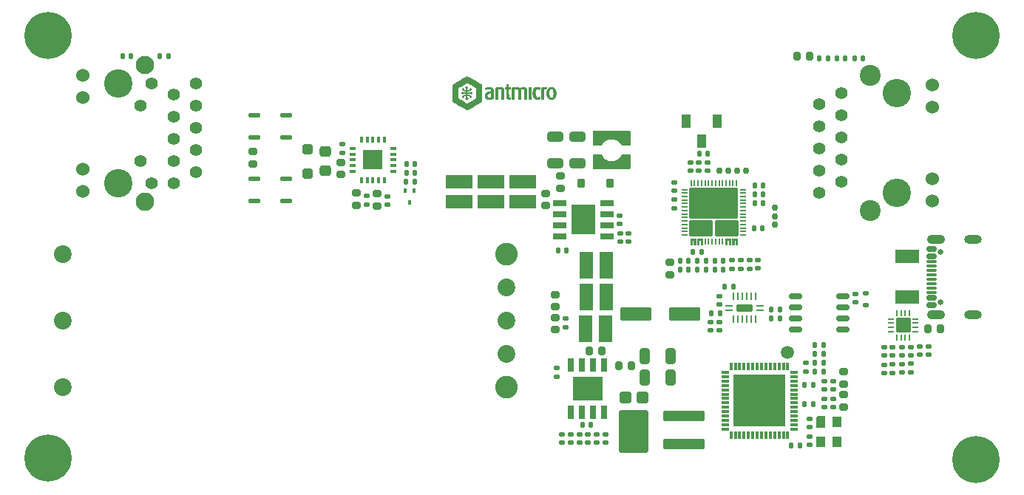
<source format=gbr>
%TF.GenerationSoftware,KiCad,Pcbnew,7.0.11+dfsg-1build4*%
%TF.CreationDate,2024-07-19T16:51:39+02:00*%
%TF.ProjectId,antmicro-poe-to-usbc-pd-adapter,616e746d-6963-4726-9f2d-706f652d746f,rev?*%
%TF.SameCoordinates,Original*%
%TF.FileFunction,Soldermask,Top*%
%TF.FilePolarity,Negative*%
%FSLAX46Y46*%
G04 Gerber Fmt 4.6, Leading zero omitted, Abs format (unit mm)*
G04 Created by KiCad (PCBNEW 7.0.11+dfsg-1build4) date 2024-07-19 16:51:39 commit  9a9195e *
%MOMM*%
%LPD*%
G01*
G04 APERTURE LIST*
G04 Aperture macros list*
%AMRoundRect*
0 Rectangle with rounded corners*
0 $1 Rounding radius*
0 $2 $3 $4 $5 $6 $7 $8 $9 X,Y pos of 4 corners*
0 Add a 4 corners polygon primitive as box body*
4,1,4,$2,$3,$4,$5,$6,$7,$8,$9,$2,$3,0*
0 Add four circle primitives for the rounded corners*
1,1,$1+$1,$2,$3*
1,1,$1+$1,$4,$5*
1,1,$1+$1,$6,$7*
1,1,$1+$1,$8,$9*
0 Add four rect primitives between the rounded corners*
20,1,$1+$1,$2,$3,$4,$5,0*
20,1,$1+$1,$4,$5,$6,$7,0*
20,1,$1+$1,$6,$7,$8,$9,0*
20,1,$1+$1,$8,$9,$2,$3,0*%
%AMOutline5P*
0 Free polygon, 5 corners , with rotation*
0 The origin of the aperture is its center*
0 number of corners: always 5*
0 $1 to $10 corner X, Y*
0 $11 Rotation angle, in degrees counterclockwise*
0 create outline with 5 corners*
4,1,5,$1,$2,$3,$4,$5,$6,$7,$8,$9,$10,$1,$2,$11*%
%AMOutline6P*
0 Free polygon, 6 corners , with rotation*
0 The origin of the aperture is its center*
0 number of corners: always 6*
0 $1 to $12 corner X, Y*
0 $13 Rotation angle, in degrees counterclockwise*
0 create outline with 6 corners*
4,1,6,$1,$2,$3,$4,$5,$6,$7,$8,$9,$10,$11,$12,$1,$2,$13*%
%AMOutline7P*
0 Free polygon, 7 corners , with rotation*
0 The origin of the aperture is its center*
0 number of corners: always 7*
0 $1 to $14 corner X, Y*
0 $15 Rotation angle, in degrees counterclockwise*
0 create outline with 7 corners*
4,1,7,$1,$2,$3,$4,$5,$6,$7,$8,$9,$10,$11,$12,$13,$14,$1,$2,$15*%
%AMOutline8P*
0 Free polygon, 8 corners , with rotation*
0 The origin of the aperture is its center*
0 number of corners: always 8*
0 $1 to $16 corner X, Y*
0 $17 Rotation angle, in degrees counterclockwise*
0 create outline with 8 corners*
4,1,8,$1,$2,$3,$4,$5,$6,$7,$8,$9,$10,$11,$12,$13,$14,$15,$16,$1,$2,$17*%
G04 Aperture macros list end*
%ADD10C,0.000100*%
%ADD11C,0.020000*%
%ADD12C,0.130000*%
%ADD13C,0.010000*%
%ADD14RoundRect,0.147500X0.147500X0.172500X-0.147500X0.172500X-0.147500X-0.172500X0.147500X-0.172500X0*%
%ADD15C,5.400000*%
%ADD16R,0.650000X1.525000*%
%ADD17C,0.400000*%
%ADD18R,3.400000X2.710000*%
%ADD19RoundRect,0.147500X-0.147500X-0.172500X0.147500X-0.172500X0.147500X0.172500X-0.147500X0.172500X0*%
%ADD20RoundRect,0.147500X0.172500X-0.147500X0.172500X0.147500X-0.172500X0.147500X-0.172500X-0.147500X0*%
%ADD21RoundRect,0.050000X0.050000X-0.300000X0.050000X0.300000X-0.050000X0.300000X-0.050000X-0.300000X0*%
%ADD22RoundRect,0.050000X0.300000X0.050000X-0.300000X0.050000X-0.300000X-0.050000X0.300000X-0.050000X0*%
%ADD23RoundRect,0.105714X1.244286X0.819286X-1.244286X0.819286X-1.244286X-0.819286X1.244286X-0.819286X0*%
%ADD24RoundRect,0.105714X1.219286X0.819286X-1.219286X0.819286X-1.219286X-0.819286X1.219286X-0.819286X0*%
%ADD25RoundRect,0.102941X2.697059X1.647059X-2.697059X1.647059X-2.697059X-1.647059X2.697059X-1.647059X0*%
%ADD26RoundRect,0.147500X-0.172500X0.147500X-0.172500X-0.147500X0.172500X-0.147500X0.172500X0.147500X0*%
%ADD27R,3.050000X1.520000*%
%ADD28RoundRect,0.075000X0.362500X0.075000X-0.362500X0.075000X-0.362500X-0.075000X0.362500X-0.075000X0*%
%ADD29RoundRect,0.075000X-0.075000X0.362500X-0.075000X-0.362500X0.075000X-0.362500X0.075000X0.362500X0*%
%ADD30R,5.900000X5.900000*%
%ADD31C,0.750000*%
%ADD32C,3.250000*%
%ADD33C,1.408000*%
%ADD34C,1.530000*%
%ADD35C,2.400000*%
%ADD36RoundRect,0.077500X-0.297500X-0.077500X0.297500X-0.077500X0.297500X0.077500X-0.297500X0.077500X0*%
%ADD37RoundRect,0.077500X-0.077500X-0.297500X0.077500X-0.297500X0.077500X0.297500X-0.077500X0.297500X0*%
%ADD38R,2.200000X2.200000*%
%ADD39RoundRect,0.160000X0.240000X0.340000X-0.240000X0.340000X-0.240000X-0.340000X0.240000X-0.340000X0*%
%ADD40R,1.520000X3.050000*%
%ADD41RoundRect,0.160000X-0.340000X0.240000X-0.340000X-0.240000X0.340000X-0.240000X0.340000X0.240000X0*%
%ADD42RoundRect,0.125000X-0.175000X0.125000X-0.175000X-0.125000X0.175000X-0.125000X0.175000X0.125000X0*%
%ADD43RoundRect,0.080000X2.070000X-0.320000X2.070000X0.320000X-2.070000X0.320000X-2.070000X-0.320000X0*%
%ADD44RoundRect,0.120000X-0.580000X-0.120000X0.580000X-0.120000X0.580000X0.120000X-0.580000X0.120000X0*%
%ADD45RoundRect,0.287500X0.612500X-0.287500X0.612500X0.287500X-0.612500X0.287500X-0.612500X-0.287500X0*%
%ADD46RoundRect,0.287500X-0.287500X-0.612500X0.287500X-0.612500X0.287500X0.612500X-0.287500X0.612500X0*%
%ADD47RoundRect,0.168000X1.512000X2.262000X-1.512000X2.262000X-1.512000X-2.262000X1.512000X-2.262000X0*%
%ADD48RoundRect,0.347500X-0.347500X-0.352500X0.347500X-0.352500X0.347500X0.352500X-0.347500X0.352500X0*%
%ADD49RoundRect,0.347500X0.347500X0.352500X-0.347500X0.352500X-0.347500X-0.352500X0.347500X-0.352500X0*%
%ADD50Outline5P,-0.650000X0.550000X0.650000X0.550000X0.650000X-0.550000X-0.430000X-0.550000X-0.650000X-0.330000X270.000000*%
%ADD51R,1.100000X1.300000*%
%ADD52RoundRect,0.160000X0.340000X-0.240000X0.340000X0.240000X-0.340000X0.240000X-0.340000X-0.240000X0*%
%ADD53R,1.000000X1.600000*%
%ADD54RoundRect,0.160000X1.590000X0.640000X-1.590000X0.640000X-1.590000X-0.640000X1.590000X-0.640000X0*%
%ADD55R,0.400000X0.510000*%
%ADD56RoundRect,0.135000X0.315000X0.340000X-0.315000X0.340000X-0.315000X-0.340000X0.315000X-0.340000X0*%
%ADD57C,1.397000*%
%ADD58C,1.524000*%
%ADD59C,2.100000*%
%ADD60C,2.108200*%
%ADD61RoundRect,0.300000X0.350000X-0.300000X0.350000X0.300000X-0.350000X0.300000X-0.350000X-0.300000X0*%
%ADD62RoundRect,0.300000X-0.300000X0.300000X-0.300000X-0.300000X0.300000X-0.300000X0.300000X0.300000X0*%
%ADD63R,1.525000X0.650000*%
%ADD64R,2.710000X3.400000*%
%ADD65O,0.900000X0.240000*%
%ADD66O,0.240000X0.900000*%
%ADD67RoundRect,0.225000X0.725000X-0.225000X0.725000X0.225000X-0.725000X0.225000X-0.725000X-0.225000X0*%
%ADD68RoundRect,0.050000X0.075000X-0.250000X0.075000X0.250000X-0.075000X0.250000X-0.075000X-0.250000X0*%
%ADD69RoundRect,0.050000X0.250000X0.075000X-0.250000X0.075000X-0.250000X-0.075000X0.250000X-0.075000X0*%
%ADD70RoundRect,0.050000X-0.075000X0.250000X-0.075000X-0.250000X0.075000X-0.250000X0.075000X0.250000X0*%
%ADD71RoundRect,0.050000X-0.250000X-0.075000X0.250000X-0.075000X0.250000X0.075000X-0.250000X0.075000X0*%
%ADD72RoundRect,0.050000X0.790000X-0.790000X0.790000X0.790000X-0.790000X0.790000X-0.790000X-0.790000X0*%
%ADD73C,0.650000*%
%ADD74RoundRect,0.150000X0.425000X-0.150000X0.425000X0.150000X-0.425000X0.150000X-0.425000X-0.150000X0*%
%ADD75RoundRect,0.075000X0.500000X-0.075000X0.500000X0.075000X-0.500000X0.075000X-0.500000X-0.075000X0*%
%ADD76O,2.100000X1.050000*%
%ADD77O,2.000000X1.000000*%
%ADD78R,2.750000X1.500000*%
%ADD79RoundRect,0.125000X2.225000X-0.500000X2.225000X0.500000X-2.225000X0.500000X-2.225000X-0.500000X0*%
%ADD80RoundRect,0.162500X0.600000X-0.162500X0.600000X0.162500X-0.600000X0.162500X-0.600000X-0.162500X0*%
%ADD81C,2.030000*%
%ADD82C,2.590000*%
%ADD83C,1.500000*%
G04 APERTURE END LIST*
%TO.C,U6*%
D10*
X210407000Y-151648000D02*
X210411000Y-151648000D01*
X210412000Y-151650000D01*
X210415000Y-151650000D01*
X210419000Y-151651000D01*
X210423000Y-151652000D01*
X210424000Y-151655000D01*
X210427000Y-151655000D01*
X210428000Y-151658000D01*
X210431000Y-151659000D01*
X210432000Y-151660000D01*
X210435000Y-151663000D01*
X210436000Y-151664000D01*
X210440000Y-151667000D01*
X210440000Y-151668000D01*
X210443000Y-151671000D01*
X210444000Y-151672000D01*
X210444000Y-151675000D01*
X210447000Y-151678000D01*
X210448000Y-151679000D01*
X210448000Y-151683000D01*
X210448000Y-151684000D01*
X210448000Y-151687000D01*
X210448000Y-151690000D01*
X210451000Y-151692000D01*
X210451000Y-151695000D01*
X210451000Y-151698000D01*
X210451000Y-152297000D01*
X210451000Y-152300000D01*
X210451000Y-152303000D01*
X210448000Y-152305000D01*
X210448000Y-152308000D01*
X210448000Y-152311000D01*
X210448000Y-152312000D01*
X210448000Y-152316000D01*
X210447000Y-152317000D01*
X210444000Y-152320000D01*
X210444000Y-152323000D01*
X210443000Y-152324000D01*
X210440000Y-152327000D01*
X210440000Y-152328000D01*
X210436000Y-152331000D01*
X210435000Y-152332000D01*
X210432000Y-152335000D01*
X210431000Y-152336000D01*
X210428000Y-152337000D01*
X210427000Y-152340000D01*
X210424000Y-152340000D01*
X210423000Y-152343000D01*
X210419000Y-152344000D01*
X210415000Y-152345000D01*
X210412000Y-152345000D01*
X210411000Y-152347000D01*
X210407000Y-152347000D01*
X210404000Y-152348000D01*
X210403000Y-152348000D01*
X210399000Y-152348000D01*
X210299000Y-152348000D01*
X210298000Y-152348000D01*
X210294000Y-152348000D01*
X210291000Y-152347000D01*
X210290000Y-152347000D01*
X210286000Y-152345000D01*
X210282000Y-152344000D01*
X210279000Y-152344000D01*
X210278000Y-152343000D01*
X210274000Y-152340000D01*
X210270000Y-152337000D01*
X210270000Y-152336000D01*
X210266000Y-152335000D01*
X210266000Y-152332000D01*
X210262000Y-152331000D01*
X210262000Y-152328000D01*
X210259000Y-152327000D01*
X210258000Y-152324000D01*
X210258000Y-152323000D01*
X210254000Y-152320000D01*
X210254000Y-152317000D01*
X210254000Y-152316000D01*
X210251000Y-152312000D01*
X210251000Y-152311000D01*
X210250000Y-152308000D01*
X210250000Y-152305000D01*
X210250000Y-152303000D01*
X210250000Y-152300000D01*
X210250000Y-152297000D01*
X210250000Y-151897000D01*
X210250000Y-151894000D01*
X210250000Y-151893000D01*
X210250000Y-151889000D01*
X210249000Y-151885000D01*
X210249000Y-151882000D01*
X210246000Y-151881000D01*
X210246000Y-151877000D01*
X210246000Y-151874000D01*
X210242000Y-151873000D01*
X210242000Y-151870000D01*
X210241000Y-151869000D01*
X210238000Y-151866000D01*
X210238000Y-151865000D01*
X210234000Y-151862000D01*
X210234000Y-151861000D01*
X210230000Y-151858000D01*
X210230000Y-151857000D01*
X210226000Y-151857000D01*
X210226000Y-151854000D01*
X210222000Y-151853000D01*
X210221000Y-151853000D01*
X210218000Y-151850000D01*
X210214000Y-151849000D01*
X210210000Y-151849000D01*
X210209000Y-151849000D01*
X210206000Y-151849000D01*
X210202000Y-151849000D01*
X210201000Y-151849000D01*
X210101000Y-151849000D01*
X210097000Y-151849000D01*
X210096000Y-151849000D01*
X210093000Y-151849000D01*
X210089000Y-151849000D01*
X210088000Y-151849000D01*
X210085000Y-151849000D01*
X210081000Y-151850000D01*
X210081000Y-151853000D01*
X210077000Y-151853000D01*
X210076000Y-151854000D01*
X210073000Y-151857000D01*
X210072000Y-151857000D01*
X210069000Y-151858000D01*
X210068000Y-151861000D01*
X210065000Y-151862000D01*
X210064000Y-151865000D01*
X210061000Y-151866000D01*
X210061000Y-151869000D01*
X210057000Y-151870000D01*
X210057000Y-151873000D01*
X210056000Y-151874000D01*
X210053000Y-151877000D01*
X210052000Y-151881000D01*
X210052000Y-151882000D01*
X210052000Y-151885000D01*
X210052000Y-151889000D01*
X210049000Y-151893000D01*
X210049000Y-151894000D01*
X210049000Y-151897000D01*
X210049000Y-152297000D01*
X210049000Y-152300000D01*
X210049000Y-152303000D01*
X210048000Y-152305000D01*
X210048000Y-152308000D01*
X210048000Y-152311000D01*
X210048000Y-152312000D01*
X210048000Y-152316000D01*
X210045000Y-152317000D01*
X210044000Y-152320000D01*
X210044000Y-152323000D01*
X210041000Y-152324000D01*
X210040000Y-152327000D01*
X210040000Y-152328000D01*
X210036000Y-152331000D01*
X210036000Y-152332000D01*
X210032000Y-152335000D01*
X210032000Y-152336000D01*
X210028000Y-152337000D01*
X210028000Y-152340000D01*
X210024000Y-152340000D01*
X210024000Y-152343000D01*
X210020000Y-152344000D01*
X210017000Y-152344000D01*
X210016000Y-152345000D01*
X210012000Y-152345000D01*
X210009000Y-152347000D01*
X210008000Y-152347000D01*
X210004000Y-152348000D01*
X210000000Y-152348000D01*
X209899000Y-152348000D01*
X209896000Y-152348000D01*
X209895000Y-152348000D01*
X209891000Y-152347000D01*
X209887000Y-152345000D01*
X209884000Y-152345000D01*
X209883000Y-152344000D01*
X209879000Y-152344000D01*
X209876000Y-152343000D01*
X209875000Y-152340000D01*
X209874000Y-152340000D01*
X209871000Y-152337000D01*
X209870000Y-152336000D01*
X209867000Y-152335000D01*
X209866000Y-152332000D01*
X209863000Y-152331000D01*
X209862000Y-152328000D01*
X209859000Y-152327000D01*
X209859000Y-152324000D01*
X209858000Y-152323000D01*
X209855000Y-152320000D01*
X209855000Y-152317000D01*
X209854000Y-152316000D01*
X209851000Y-152312000D01*
X209851000Y-152311000D01*
X209851000Y-152308000D01*
X209851000Y-152305000D01*
X209851000Y-152303000D01*
X209851000Y-152300000D01*
X209851000Y-152297000D01*
X209851000Y-151698000D01*
X209851000Y-151695000D01*
X209851000Y-151692000D01*
X209851000Y-151690000D01*
X209851000Y-151687000D01*
X209851000Y-151684000D01*
X209851000Y-151683000D01*
X209854000Y-151679000D01*
X209855000Y-151678000D01*
X209855000Y-151675000D01*
X209858000Y-151672000D01*
X209859000Y-151671000D01*
X209859000Y-151668000D01*
X209862000Y-151667000D01*
X209863000Y-151664000D01*
X209866000Y-151663000D01*
X209867000Y-151660000D01*
X209870000Y-151659000D01*
X209871000Y-151658000D01*
X209874000Y-151655000D01*
X209875000Y-151655000D01*
X209876000Y-151652000D01*
X209879000Y-151651000D01*
X209883000Y-151651000D01*
X209884000Y-151650000D01*
X209887000Y-151650000D01*
X209891000Y-151648000D01*
X209895000Y-151647000D01*
X209896000Y-151647000D01*
X209899000Y-151647000D01*
X210399000Y-151647000D01*
X210403000Y-151647000D01*
X210404000Y-151647000D01*
X210407000Y-151648000D01*
G36*
X210407000Y-151648000D02*
G01*
X210411000Y-151648000D01*
X210412000Y-151650000D01*
X210415000Y-151650000D01*
X210419000Y-151651000D01*
X210423000Y-151652000D01*
X210424000Y-151655000D01*
X210427000Y-151655000D01*
X210428000Y-151658000D01*
X210431000Y-151659000D01*
X210432000Y-151660000D01*
X210435000Y-151663000D01*
X210436000Y-151664000D01*
X210440000Y-151667000D01*
X210440000Y-151668000D01*
X210443000Y-151671000D01*
X210444000Y-151672000D01*
X210444000Y-151675000D01*
X210447000Y-151678000D01*
X210448000Y-151679000D01*
X210448000Y-151683000D01*
X210448000Y-151684000D01*
X210448000Y-151687000D01*
X210448000Y-151690000D01*
X210451000Y-151692000D01*
X210451000Y-151695000D01*
X210451000Y-151698000D01*
X210451000Y-152297000D01*
X210451000Y-152300000D01*
X210451000Y-152303000D01*
X210448000Y-152305000D01*
X210448000Y-152308000D01*
X210448000Y-152311000D01*
X210448000Y-152312000D01*
X210448000Y-152316000D01*
X210447000Y-152317000D01*
X210444000Y-152320000D01*
X210444000Y-152323000D01*
X210443000Y-152324000D01*
X210440000Y-152327000D01*
X210440000Y-152328000D01*
X210436000Y-152331000D01*
X210435000Y-152332000D01*
X210432000Y-152335000D01*
X210431000Y-152336000D01*
X210428000Y-152337000D01*
X210427000Y-152340000D01*
X210424000Y-152340000D01*
X210423000Y-152343000D01*
X210419000Y-152344000D01*
X210415000Y-152345000D01*
X210412000Y-152345000D01*
X210411000Y-152347000D01*
X210407000Y-152347000D01*
X210404000Y-152348000D01*
X210403000Y-152348000D01*
X210399000Y-152348000D01*
X210299000Y-152348000D01*
X210298000Y-152348000D01*
X210294000Y-152348000D01*
X210291000Y-152347000D01*
X210290000Y-152347000D01*
X210286000Y-152345000D01*
X210282000Y-152344000D01*
X210279000Y-152344000D01*
X210278000Y-152343000D01*
X210274000Y-152340000D01*
X210270000Y-152337000D01*
X210270000Y-152336000D01*
X210266000Y-152335000D01*
X210266000Y-152332000D01*
X210262000Y-152331000D01*
X210262000Y-152328000D01*
X210259000Y-152327000D01*
X210258000Y-152324000D01*
X210258000Y-152323000D01*
X210254000Y-152320000D01*
X210254000Y-152317000D01*
X210254000Y-152316000D01*
X210251000Y-152312000D01*
X210251000Y-152311000D01*
X210250000Y-152308000D01*
X210250000Y-152305000D01*
X210250000Y-152303000D01*
X210250000Y-152300000D01*
X210250000Y-152297000D01*
X210250000Y-151897000D01*
X210250000Y-151894000D01*
X210250000Y-151893000D01*
X210250000Y-151889000D01*
X210249000Y-151885000D01*
X210249000Y-151882000D01*
X210246000Y-151881000D01*
X210246000Y-151877000D01*
X210246000Y-151874000D01*
X210242000Y-151873000D01*
X210242000Y-151870000D01*
X210241000Y-151869000D01*
X210238000Y-151866000D01*
X210238000Y-151865000D01*
X210234000Y-151862000D01*
X210234000Y-151861000D01*
X210230000Y-151858000D01*
X210230000Y-151857000D01*
X210226000Y-151857000D01*
X210226000Y-151854000D01*
X210222000Y-151853000D01*
X210221000Y-151853000D01*
X210218000Y-151850000D01*
X210214000Y-151849000D01*
X210210000Y-151849000D01*
X210209000Y-151849000D01*
X210206000Y-151849000D01*
X210202000Y-151849000D01*
X210201000Y-151849000D01*
X210101000Y-151849000D01*
X210097000Y-151849000D01*
X210096000Y-151849000D01*
X210093000Y-151849000D01*
X210089000Y-151849000D01*
X210088000Y-151849000D01*
X210085000Y-151849000D01*
X210081000Y-151850000D01*
X210081000Y-151853000D01*
X210077000Y-151853000D01*
X210076000Y-151854000D01*
X210073000Y-151857000D01*
X210072000Y-151857000D01*
X210069000Y-151858000D01*
X210068000Y-151861000D01*
X210065000Y-151862000D01*
X210064000Y-151865000D01*
X210061000Y-151866000D01*
X210061000Y-151869000D01*
X210057000Y-151870000D01*
X210057000Y-151873000D01*
X210056000Y-151874000D01*
X210053000Y-151877000D01*
X210052000Y-151881000D01*
X210052000Y-151882000D01*
X210052000Y-151885000D01*
X210052000Y-151889000D01*
X210049000Y-151893000D01*
X210049000Y-151894000D01*
X210049000Y-151897000D01*
X210049000Y-152297000D01*
X210049000Y-152300000D01*
X210049000Y-152303000D01*
X210048000Y-152305000D01*
X210048000Y-152308000D01*
X210048000Y-152311000D01*
X210048000Y-152312000D01*
X210048000Y-152316000D01*
X210045000Y-152317000D01*
X210044000Y-152320000D01*
X210044000Y-152323000D01*
X210041000Y-152324000D01*
X210040000Y-152327000D01*
X210040000Y-152328000D01*
X210036000Y-152331000D01*
X210036000Y-152332000D01*
X210032000Y-152335000D01*
X210032000Y-152336000D01*
X210028000Y-152337000D01*
X210028000Y-152340000D01*
X210024000Y-152340000D01*
X210024000Y-152343000D01*
X210020000Y-152344000D01*
X210017000Y-152344000D01*
X210016000Y-152345000D01*
X210012000Y-152345000D01*
X210009000Y-152347000D01*
X210008000Y-152347000D01*
X210004000Y-152348000D01*
X210000000Y-152348000D01*
X209899000Y-152348000D01*
X209896000Y-152348000D01*
X209895000Y-152348000D01*
X209891000Y-152347000D01*
X209887000Y-152345000D01*
X209884000Y-152345000D01*
X209883000Y-152344000D01*
X209879000Y-152344000D01*
X209876000Y-152343000D01*
X209875000Y-152340000D01*
X209874000Y-152340000D01*
X209871000Y-152337000D01*
X209870000Y-152336000D01*
X209867000Y-152335000D01*
X209866000Y-152332000D01*
X209863000Y-152331000D01*
X209862000Y-152328000D01*
X209859000Y-152327000D01*
X209859000Y-152324000D01*
X209858000Y-152323000D01*
X209855000Y-152320000D01*
X209855000Y-152317000D01*
X209854000Y-152316000D01*
X209851000Y-152312000D01*
X209851000Y-152311000D01*
X209851000Y-152308000D01*
X209851000Y-152305000D01*
X209851000Y-152303000D01*
X209851000Y-152300000D01*
X209851000Y-152297000D01*
X209851000Y-151698000D01*
X209851000Y-151695000D01*
X209851000Y-151692000D01*
X209851000Y-151690000D01*
X209851000Y-151687000D01*
X209851000Y-151684000D01*
X209851000Y-151683000D01*
X209854000Y-151679000D01*
X209855000Y-151678000D01*
X209855000Y-151675000D01*
X209858000Y-151672000D01*
X209859000Y-151671000D01*
X209859000Y-151668000D01*
X209862000Y-151667000D01*
X209863000Y-151664000D01*
X209866000Y-151663000D01*
X209867000Y-151660000D01*
X209870000Y-151659000D01*
X209871000Y-151658000D01*
X209874000Y-151655000D01*
X209875000Y-151655000D01*
X209876000Y-151652000D01*
X209879000Y-151651000D01*
X209883000Y-151651000D01*
X209884000Y-151650000D01*
X209887000Y-151650000D01*
X209891000Y-151648000D01*
X209895000Y-151647000D01*
X209896000Y-151647000D01*
X209899000Y-151647000D01*
X210399000Y-151647000D01*
X210403000Y-151647000D01*
X210404000Y-151647000D01*
X210407000Y-151648000D01*
G37*
X205610000Y-151648000D02*
X205611000Y-151648000D01*
X205615000Y-151650000D01*
X205616000Y-151650000D01*
X205619000Y-151651000D01*
X205622000Y-151651000D01*
X205624000Y-151652000D01*
X205627000Y-151655000D01*
X205631000Y-151658000D01*
X205631000Y-151659000D01*
X205635000Y-151660000D01*
X205635000Y-151663000D01*
X205639000Y-151664000D01*
X205639000Y-151667000D01*
X205642000Y-151668000D01*
X205643000Y-151671000D01*
X205643000Y-151672000D01*
X205647000Y-151675000D01*
X205647000Y-151678000D01*
X205647000Y-151679000D01*
X205650000Y-151683000D01*
X205650000Y-151684000D01*
X205651000Y-151687000D01*
X205651000Y-151690000D01*
X205651000Y-151692000D01*
X205651000Y-151695000D01*
X205651000Y-151698000D01*
X205651000Y-152297000D01*
X205651000Y-152300000D01*
X205651000Y-152303000D01*
X205651000Y-152305000D01*
X205651000Y-152308000D01*
X205650000Y-152311000D01*
X205650000Y-152312000D01*
X205647000Y-152316000D01*
X205647000Y-152317000D01*
X205647000Y-152320000D01*
X205643000Y-152323000D01*
X205643000Y-152324000D01*
X205642000Y-152327000D01*
X205639000Y-152328000D01*
X205639000Y-152331000D01*
X205635000Y-152332000D01*
X205635000Y-152335000D01*
X205631000Y-152336000D01*
X205631000Y-152337000D01*
X205627000Y-152340000D01*
X205624000Y-152343000D01*
X205622000Y-152344000D01*
X205619000Y-152344000D01*
X205616000Y-152345000D01*
X205615000Y-152345000D01*
X205611000Y-152347000D01*
X205610000Y-152347000D01*
X205607000Y-152348000D01*
X205604000Y-152348000D01*
X205602000Y-152348000D01*
X205502000Y-152348000D01*
X205498000Y-152348000D01*
X205497000Y-152348000D01*
X205494000Y-152347000D01*
X205491000Y-152347000D01*
X205489000Y-152345000D01*
X205486000Y-152345000D01*
X205483000Y-152344000D01*
X205482000Y-152344000D01*
X205478000Y-152343000D01*
X205477000Y-152340000D01*
X205474000Y-152340000D01*
X205473000Y-152337000D01*
X205470000Y-152336000D01*
X205469000Y-152335000D01*
X205466000Y-152332000D01*
X205465000Y-152331000D01*
X205462000Y-152328000D01*
X205462000Y-152327000D01*
X205459000Y-152324000D01*
X205458000Y-152323000D01*
X205457000Y-152320000D01*
X205455000Y-152317000D01*
X205454000Y-152316000D01*
X205454000Y-152312000D01*
X205454000Y-152311000D01*
X205453000Y-152308000D01*
X205453000Y-152305000D01*
X205451000Y-152303000D01*
X205451000Y-152300000D01*
X205451000Y-152297000D01*
X205451000Y-151897000D01*
X205451000Y-151894000D01*
X205451000Y-151893000D01*
X205450000Y-151889000D01*
X205450000Y-151885000D01*
X205450000Y-151882000D01*
X205449000Y-151881000D01*
X205447000Y-151877000D01*
X205445000Y-151874000D01*
X205445000Y-151873000D01*
X205444000Y-151870000D01*
X205441000Y-151869000D01*
X205441000Y-151866000D01*
X205437000Y-151865000D01*
X205437000Y-151862000D01*
X205433000Y-151861000D01*
X205433000Y-151858000D01*
X205429000Y-151857000D01*
X205425000Y-151854000D01*
X205425000Y-151853000D01*
X205421000Y-151853000D01*
X205420000Y-151850000D01*
X205417000Y-151849000D01*
X205413000Y-151849000D01*
X205412000Y-151849000D01*
X205409000Y-151849000D01*
X205405000Y-151849000D01*
X205401000Y-151849000D01*
X205300000Y-151849000D01*
X205299000Y-151849000D01*
X205296000Y-151849000D01*
X205292000Y-151849000D01*
X205288000Y-151849000D01*
X205287000Y-151849000D01*
X205284000Y-151850000D01*
X205280000Y-151853000D01*
X205279000Y-151853000D01*
X205276000Y-151854000D01*
X205275000Y-151857000D01*
X205272000Y-151857000D01*
X205271000Y-151858000D01*
X205268000Y-151861000D01*
X205267000Y-151862000D01*
X205264000Y-151865000D01*
X205263000Y-151866000D01*
X205260000Y-151869000D01*
X205260000Y-151870000D01*
X205259000Y-151873000D01*
X205256000Y-151874000D01*
X205256000Y-151877000D01*
X205255000Y-151881000D01*
X205252000Y-151882000D01*
X205252000Y-151885000D01*
X205252000Y-151889000D01*
X205252000Y-151893000D01*
X205252000Y-151894000D01*
X205252000Y-151897000D01*
X205252000Y-152297000D01*
X205252000Y-152300000D01*
X205252000Y-152303000D01*
X205251000Y-152305000D01*
X205251000Y-152308000D01*
X205249000Y-152311000D01*
X205249000Y-152312000D01*
X205248000Y-152316000D01*
X205248000Y-152317000D01*
X205247000Y-152320000D01*
X205244000Y-152323000D01*
X205244000Y-152324000D01*
X205241000Y-152327000D01*
X205240000Y-152328000D01*
X205239000Y-152331000D01*
X205236000Y-152332000D01*
X205235000Y-152335000D01*
X205232000Y-152336000D01*
X205231000Y-152337000D01*
X205228000Y-152340000D01*
X205227000Y-152340000D01*
X205224000Y-152343000D01*
X205221000Y-152344000D01*
X205220000Y-152344000D01*
X205216000Y-152345000D01*
X205215000Y-152345000D01*
X205212000Y-152347000D01*
X205209000Y-152347000D01*
X205207000Y-152348000D01*
X205204000Y-152348000D01*
X205201000Y-152348000D01*
X205102000Y-152348000D01*
X205099000Y-152348000D01*
X205096000Y-152348000D01*
X205094000Y-152347000D01*
X205091000Y-152347000D01*
X205088000Y-152345000D01*
X205087000Y-152345000D01*
X205083000Y-152344000D01*
X205082000Y-152344000D01*
X205079000Y-152343000D01*
X205076000Y-152340000D01*
X205075000Y-152340000D01*
X205072000Y-152337000D01*
X205071000Y-152336000D01*
X205068000Y-152335000D01*
X205067000Y-152332000D01*
X205064000Y-152331000D01*
X205062000Y-152328000D01*
X205062000Y-152327000D01*
X205058000Y-152324000D01*
X205058000Y-152323000D01*
X205057000Y-152320000D01*
X205054000Y-152317000D01*
X205054000Y-152316000D01*
X205054000Y-152312000D01*
X205054000Y-152311000D01*
X205053000Y-152308000D01*
X205053000Y-152305000D01*
X205050000Y-152303000D01*
X205050000Y-152300000D01*
X205050000Y-152297000D01*
X205050000Y-151698000D01*
X205050000Y-151695000D01*
X205050000Y-151692000D01*
X205053000Y-151690000D01*
X205053000Y-151687000D01*
X205054000Y-151684000D01*
X205054000Y-151683000D01*
X205054000Y-151679000D01*
X205054000Y-151678000D01*
X205057000Y-151675000D01*
X205058000Y-151672000D01*
X205058000Y-151671000D01*
X205062000Y-151668000D01*
X205062000Y-151667000D01*
X205064000Y-151664000D01*
X205067000Y-151663000D01*
X205068000Y-151660000D01*
X205071000Y-151659000D01*
X205072000Y-151658000D01*
X205075000Y-151655000D01*
X205076000Y-151655000D01*
X205079000Y-151652000D01*
X205082000Y-151651000D01*
X205083000Y-151651000D01*
X205087000Y-151650000D01*
X205088000Y-151650000D01*
X205091000Y-151648000D01*
X205094000Y-151648000D01*
X205096000Y-151647000D01*
X205099000Y-151647000D01*
X205102000Y-151647000D01*
X205602000Y-151647000D01*
X205604000Y-151647000D01*
X205607000Y-151647000D01*
X205610000Y-151648000D01*
G36*
X205610000Y-151648000D02*
G01*
X205611000Y-151648000D01*
X205615000Y-151650000D01*
X205616000Y-151650000D01*
X205619000Y-151651000D01*
X205622000Y-151651000D01*
X205624000Y-151652000D01*
X205627000Y-151655000D01*
X205631000Y-151658000D01*
X205631000Y-151659000D01*
X205635000Y-151660000D01*
X205635000Y-151663000D01*
X205639000Y-151664000D01*
X205639000Y-151667000D01*
X205642000Y-151668000D01*
X205643000Y-151671000D01*
X205643000Y-151672000D01*
X205647000Y-151675000D01*
X205647000Y-151678000D01*
X205647000Y-151679000D01*
X205650000Y-151683000D01*
X205650000Y-151684000D01*
X205651000Y-151687000D01*
X205651000Y-151690000D01*
X205651000Y-151692000D01*
X205651000Y-151695000D01*
X205651000Y-151698000D01*
X205651000Y-152297000D01*
X205651000Y-152300000D01*
X205651000Y-152303000D01*
X205651000Y-152305000D01*
X205651000Y-152308000D01*
X205650000Y-152311000D01*
X205650000Y-152312000D01*
X205647000Y-152316000D01*
X205647000Y-152317000D01*
X205647000Y-152320000D01*
X205643000Y-152323000D01*
X205643000Y-152324000D01*
X205642000Y-152327000D01*
X205639000Y-152328000D01*
X205639000Y-152331000D01*
X205635000Y-152332000D01*
X205635000Y-152335000D01*
X205631000Y-152336000D01*
X205631000Y-152337000D01*
X205627000Y-152340000D01*
X205624000Y-152343000D01*
X205622000Y-152344000D01*
X205619000Y-152344000D01*
X205616000Y-152345000D01*
X205615000Y-152345000D01*
X205611000Y-152347000D01*
X205610000Y-152347000D01*
X205607000Y-152348000D01*
X205604000Y-152348000D01*
X205602000Y-152348000D01*
X205502000Y-152348000D01*
X205498000Y-152348000D01*
X205497000Y-152348000D01*
X205494000Y-152347000D01*
X205491000Y-152347000D01*
X205489000Y-152345000D01*
X205486000Y-152345000D01*
X205483000Y-152344000D01*
X205482000Y-152344000D01*
X205478000Y-152343000D01*
X205477000Y-152340000D01*
X205474000Y-152340000D01*
X205473000Y-152337000D01*
X205470000Y-152336000D01*
X205469000Y-152335000D01*
X205466000Y-152332000D01*
X205465000Y-152331000D01*
X205462000Y-152328000D01*
X205462000Y-152327000D01*
X205459000Y-152324000D01*
X205458000Y-152323000D01*
X205457000Y-152320000D01*
X205455000Y-152317000D01*
X205454000Y-152316000D01*
X205454000Y-152312000D01*
X205454000Y-152311000D01*
X205453000Y-152308000D01*
X205453000Y-152305000D01*
X205451000Y-152303000D01*
X205451000Y-152300000D01*
X205451000Y-152297000D01*
X205451000Y-151897000D01*
X205451000Y-151894000D01*
X205451000Y-151893000D01*
X205450000Y-151889000D01*
X205450000Y-151885000D01*
X205450000Y-151882000D01*
X205449000Y-151881000D01*
X205447000Y-151877000D01*
X205445000Y-151874000D01*
X205445000Y-151873000D01*
X205444000Y-151870000D01*
X205441000Y-151869000D01*
X205441000Y-151866000D01*
X205437000Y-151865000D01*
X205437000Y-151862000D01*
X205433000Y-151861000D01*
X205433000Y-151858000D01*
X205429000Y-151857000D01*
X205425000Y-151854000D01*
X205425000Y-151853000D01*
X205421000Y-151853000D01*
X205420000Y-151850000D01*
X205417000Y-151849000D01*
X205413000Y-151849000D01*
X205412000Y-151849000D01*
X205409000Y-151849000D01*
X205405000Y-151849000D01*
X205401000Y-151849000D01*
X205300000Y-151849000D01*
X205299000Y-151849000D01*
X205296000Y-151849000D01*
X205292000Y-151849000D01*
X205288000Y-151849000D01*
X205287000Y-151849000D01*
X205284000Y-151850000D01*
X205280000Y-151853000D01*
X205279000Y-151853000D01*
X205276000Y-151854000D01*
X205275000Y-151857000D01*
X205272000Y-151857000D01*
X205271000Y-151858000D01*
X205268000Y-151861000D01*
X205267000Y-151862000D01*
X205264000Y-151865000D01*
X205263000Y-151866000D01*
X205260000Y-151869000D01*
X205260000Y-151870000D01*
X205259000Y-151873000D01*
X205256000Y-151874000D01*
X205256000Y-151877000D01*
X205255000Y-151881000D01*
X205252000Y-151882000D01*
X205252000Y-151885000D01*
X205252000Y-151889000D01*
X205252000Y-151893000D01*
X205252000Y-151894000D01*
X205252000Y-151897000D01*
X205252000Y-152297000D01*
X205252000Y-152300000D01*
X205252000Y-152303000D01*
X205251000Y-152305000D01*
X205251000Y-152308000D01*
X205249000Y-152311000D01*
X205249000Y-152312000D01*
X205248000Y-152316000D01*
X205248000Y-152317000D01*
X205247000Y-152320000D01*
X205244000Y-152323000D01*
X205244000Y-152324000D01*
X205241000Y-152327000D01*
X205240000Y-152328000D01*
X205239000Y-152331000D01*
X205236000Y-152332000D01*
X205235000Y-152335000D01*
X205232000Y-152336000D01*
X205231000Y-152337000D01*
X205228000Y-152340000D01*
X205227000Y-152340000D01*
X205224000Y-152343000D01*
X205221000Y-152344000D01*
X205220000Y-152344000D01*
X205216000Y-152345000D01*
X205215000Y-152345000D01*
X205212000Y-152347000D01*
X205209000Y-152347000D01*
X205207000Y-152348000D01*
X205204000Y-152348000D01*
X205201000Y-152348000D01*
X205102000Y-152348000D01*
X205099000Y-152348000D01*
X205096000Y-152348000D01*
X205094000Y-152347000D01*
X205091000Y-152347000D01*
X205088000Y-152345000D01*
X205087000Y-152345000D01*
X205083000Y-152344000D01*
X205082000Y-152344000D01*
X205079000Y-152343000D01*
X205076000Y-152340000D01*
X205075000Y-152340000D01*
X205072000Y-152337000D01*
X205071000Y-152336000D01*
X205068000Y-152335000D01*
X205067000Y-152332000D01*
X205064000Y-152331000D01*
X205062000Y-152328000D01*
X205062000Y-152327000D01*
X205058000Y-152324000D01*
X205058000Y-152323000D01*
X205057000Y-152320000D01*
X205054000Y-152317000D01*
X205054000Y-152316000D01*
X205054000Y-152312000D01*
X205054000Y-152311000D01*
X205053000Y-152308000D01*
X205053000Y-152305000D01*
X205050000Y-152303000D01*
X205050000Y-152300000D01*
X205050000Y-152297000D01*
X205050000Y-151698000D01*
X205050000Y-151695000D01*
X205050000Y-151692000D01*
X205053000Y-151690000D01*
X205053000Y-151687000D01*
X205054000Y-151684000D01*
X205054000Y-151683000D01*
X205054000Y-151679000D01*
X205054000Y-151678000D01*
X205057000Y-151675000D01*
X205058000Y-151672000D01*
X205058000Y-151671000D01*
X205062000Y-151668000D01*
X205062000Y-151667000D01*
X205064000Y-151664000D01*
X205067000Y-151663000D01*
X205068000Y-151660000D01*
X205071000Y-151659000D01*
X205072000Y-151658000D01*
X205075000Y-151655000D01*
X205076000Y-151655000D01*
X205079000Y-151652000D01*
X205082000Y-151651000D01*
X205083000Y-151651000D01*
X205087000Y-151650000D01*
X205088000Y-151650000D01*
X205091000Y-151648000D01*
X205094000Y-151648000D01*
X205096000Y-151647000D01*
X205099000Y-151647000D01*
X205102000Y-151647000D01*
X205602000Y-151647000D01*
X205604000Y-151647000D01*
X205607000Y-151647000D01*
X205610000Y-151648000D01*
G37*
X206408000Y-151648000D02*
X206410000Y-151648000D01*
X206414000Y-151650000D01*
X206416000Y-151650000D01*
X206418000Y-151651000D01*
X206420000Y-151651000D01*
X206424000Y-151652000D01*
X206426000Y-151655000D01*
X206428000Y-151655000D01*
X206430000Y-151658000D01*
X206432000Y-151659000D01*
X206434000Y-151660000D01*
X206436000Y-151663000D01*
X206438000Y-151664000D01*
X206440000Y-151667000D01*
X206440000Y-151668000D01*
X206442000Y-151671000D01*
X206444000Y-151672000D01*
X206446000Y-151675000D01*
X206446000Y-151678000D01*
X206448000Y-151679000D01*
X206448000Y-151683000D01*
X206448000Y-151684000D01*
X206450000Y-151687000D01*
X206450000Y-151690000D01*
X206450000Y-151692000D01*
X206450000Y-151695000D01*
X206450000Y-151698000D01*
X206450000Y-152297000D01*
X206450000Y-152300000D01*
X206450000Y-152303000D01*
X206450000Y-152305000D01*
X206450000Y-152308000D01*
X206448000Y-152311000D01*
X206448000Y-152312000D01*
X206448000Y-152316000D01*
X206446000Y-152317000D01*
X206446000Y-152320000D01*
X206444000Y-152323000D01*
X206442000Y-152324000D01*
X206440000Y-152327000D01*
X206440000Y-152328000D01*
X206438000Y-152331000D01*
X206436000Y-152332000D01*
X206434000Y-152335000D01*
X206432000Y-152336000D01*
X206430000Y-152337000D01*
X206428000Y-152340000D01*
X206426000Y-152340000D01*
X206424000Y-152343000D01*
X206420000Y-152344000D01*
X206418000Y-152344000D01*
X206416000Y-152345000D01*
X206414000Y-152345000D01*
X206410000Y-152347000D01*
X206408000Y-152347000D01*
X206406000Y-152348000D01*
X206404000Y-152348000D01*
X206400000Y-152348000D01*
X206301000Y-152348000D01*
X206297000Y-152348000D01*
X206295000Y-152348000D01*
X206293000Y-152347000D01*
X206291000Y-152347000D01*
X206287000Y-152345000D01*
X206285000Y-152345000D01*
X206283000Y-152344000D01*
X206281000Y-152344000D01*
X206277000Y-152343000D01*
X206275000Y-152340000D01*
X206273000Y-152340000D01*
X206271000Y-152337000D01*
X206269000Y-152336000D01*
X206267000Y-152335000D01*
X206265000Y-152332000D01*
X206263000Y-152331000D01*
X206261000Y-152328000D01*
X206261000Y-152327000D01*
X206259000Y-152324000D01*
X206257000Y-152323000D01*
X206255000Y-152320000D01*
X206255000Y-152317000D01*
X206253000Y-152316000D01*
X206253000Y-152312000D01*
X206253000Y-152311000D01*
X206251000Y-152308000D01*
X206251000Y-152305000D01*
X206251000Y-152303000D01*
X206251000Y-152300000D01*
X206251000Y-152297000D01*
X206251000Y-151897000D01*
X206251000Y-151894000D01*
X206251000Y-151893000D01*
X206249000Y-151889000D01*
X206249000Y-151885000D01*
X206249000Y-151882000D01*
X206247000Y-151881000D01*
X206247000Y-151877000D01*
X206245000Y-151874000D01*
X206243000Y-151873000D01*
X206243000Y-151870000D01*
X206241000Y-151869000D01*
X206239000Y-151866000D01*
X206237000Y-151865000D01*
X206235000Y-151862000D01*
X206233000Y-151861000D01*
X206231000Y-151858000D01*
X206229000Y-151857000D01*
X206227000Y-151857000D01*
X206225000Y-151854000D01*
X206223000Y-151853000D01*
X206221000Y-151853000D01*
X206219000Y-151850000D01*
X206215000Y-151849000D01*
X206214000Y-151849000D01*
X206210000Y-151849000D01*
X206208000Y-151849000D01*
X206206000Y-151849000D01*
X206204000Y-151849000D01*
X206200000Y-151849000D01*
X206100000Y-151849000D01*
X206098000Y-151849000D01*
X206096000Y-151849000D01*
X206092000Y-151849000D01*
X206090000Y-151849000D01*
X206088000Y-151849000D01*
X206085000Y-151849000D01*
X206083000Y-151850000D01*
X206081000Y-151853000D01*
X206077000Y-151853000D01*
X206075000Y-151854000D01*
X206073000Y-151857000D01*
X206071000Y-151857000D01*
X206069000Y-151858000D01*
X206067000Y-151861000D01*
X206065000Y-151862000D01*
X206063000Y-151865000D01*
X206061000Y-151866000D01*
X206061000Y-151869000D01*
X206059000Y-151870000D01*
X206057000Y-151873000D01*
X206055000Y-151874000D01*
X206055000Y-151877000D01*
X206053000Y-151881000D01*
X206053000Y-151882000D01*
X206053000Y-151885000D01*
X206051000Y-151889000D01*
X206051000Y-151893000D01*
X206051000Y-151894000D01*
X206051000Y-151897000D01*
X206051000Y-152297000D01*
X206051000Y-152300000D01*
X206051000Y-152303000D01*
X206049000Y-152305000D01*
X206049000Y-152308000D01*
X206049000Y-152311000D01*
X206049000Y-152312000D01*
X206047000Y-152316000D01*
X206047000Y-152317000D01*
X206045000Y-152320000D01*
X206043000Y-152323000D01*
X206043000Y-152324000D01*
X206041000Y-152327000D01*
X206039000Y-152328000D01*
X206037000Y-152331000D01*
X206035000Y-152332000D01*
X206033000Y-152335000D01*
X206031000Y-152336000D01*
X206029000Y-152337000D01*
X206027000Y-152340000D01*
X206025000Y-152340000D01*
X206023000Y-152343000D01*
X206021000Y-152344000D01*
X206019000Y-152344000D01*
X206015000Y-152345000D01*
X206013000Y-152345000D01*
X206011000Y-152347000D01*
X206009000Y-152347000D01*
X206005000Y-152348000D01*
X206003000Y-152348000D01*
X206001000Y-152348000D01*
X205900000Y-152348000D01*
X205898000Y-152348000D01*
X205896000Y-152348000D01*
X205892000Y-152347000D01*
X205890000Y-152347000D01*
X205888000Y-152345000D01*
X205886000Y-152345000D01*
X205882000Y-152344000D01*
X205880000Y-152344000D01*
X205878000Y-152343000D01*
X205876000Y-152340000D01*
X205874000Y-152340000D01*
X205872000Y-152337000D01*
X205870000Y-152336000D01*
X205868000Y-152335000D01*
X205866000Y-152332000D01*
X205864000Y-152331000D01*
X205862000Y-152328000D01*
X205860000Y-152327000D01*
X205858000Y-152324000D01*
X205858000Y-152323000D01*
X205856000Y-152320000D01*
X205854000Y-152317000D01*
X205854000Y-152316000D01*
X205852000Y-152312000D01*
X205852000Y-152311000D01*
X205852000Y-152308000D01*
X205852000Y-152305000D01*
X205850000Y-152303000D01*
X205850000Y-152300000D01*
X205850000Y-152297000D01*
X205850000Y-151698000D01*
X205850000Y-151695000D01*
X205850000Y-151692000D01*
X205852000Y-151690000D01*
X205852000Y-151687000D01*
X205852000Y-151684000D01*
X205852000Y-151683000D01*
X205854000Y-151679000D01*
X205854000Y-151678000D01*
X205856000Y-151675000D01*
X205858000Y-151672000D01*
X205858000Y-151671000D01*
X205860000Y-151668000D01*
X205862000Y-151667000D01*
X205864000Y-151664000D01*
X205866000Y-151663000D01*
X205868000Y-151660000D01*
X205870000Y-151659000D01*
X205872000Y-151658000D01*
X205874000Y-151655000D01*
X205876000Y-151655000D01*
X205878000Y-151652000D01*
X205880000Y-151651000D01*
X205882000Y-151651000D01*
X205886000Y-151650000D01*
X205888000Y-151650000D01*
X205890000Y-151648000D01*
X205892000Y-151648000D01*
X205896000Y-151647000D01*
X205898000Y-151647000D01*
X205900000Y-151647000D01*
X206400000Y-151647000D01*
X206404000Y-151647000D01*
X206406000Y-151647000D01*
X206408000Y-151648000D01*
G36*
X206408000Y-151648000D02*
G01*
X206410000Y-151648000D01*
X206414000Y-151650000D01*
X206416000Y-151650000D01*
X206418000Y-151651000D01*
X206420000Y-151651000D01*
X206424000Y-151652000D01*
X206426000Y-151655000D01*
X206428000Y-151655000D01*
X206430000Y-151658000D01*
X206432000Y-151659000D01*
X206434000Y-151660000D01*
X206436000Y-151663000D01*
X206438000Y-151664000D01*
X206440000Y-151667000D01*
X206440000Y-151668000D01*
X206442000Y-151671000D01*
X206444000Y-151672000D01*
X206446000Y-151675000D01*
X206446000Y-151678000D01*
X206448000Y-151679000D01*
X206448000Y-151683000D01*
X206448000Y-151684000D01*
X206450000Y-151687000D01*
X206450000Y-151690000D01*
X206450000Y-151692000D01*
X206450000Y-151695000D01*
X206450000Y-151698000D01*
X206450000Y-152297000D01*
X206450000Y-152300000D01*
X206450000Y-152303000D01*
X206450000Y-152305000D01*
X206450000Y-152308000D01*
X206448000Y-152311000D01*
X206448000Y-152312000D01*
X206448000Y-152316000D01*
X206446000Y-152317000D01*
X206446000Y-152320000D01*
X206444000Y-152323000D01*
X206442000Y-152324000D01*
X206440000Y-152327000D01*
X206440000Y-152328000D01*
X206438000Y-152331000D01*
X206436000Y-152332000D01*
X206434000Y-152335000D01*
X206432000Y-152336000D01*
X206430000Y-152337000D01*
X206428000Y-152340000D01*
X206426000Y-152340000D01*
X206424000Y-152343000D01*
X206420000Y-152344000D01*
X206418000Y-152344000D01*
X206416000Y-152345000D01*
X206414000Y-152345000D01*
X206410000Y-152347000D01*
X206408000Y-152347000D01*
X206406000Y-152348000D01*
X206404000Y-152348000D01*
X206400000Y-152348000D01*
X206301000Y-152348000D01*
X206297000Y-152348000D01*
X206295000Y-152348000D01*
X206293000Y-152347000D01*
X206291000Y-152347000D01*
X206287000Y-152345000D01*
X206285000Y-152345000D01*
X206283000Y-152344000D01*
X206281000Y-152344000D01*
X206277000Y-152343000D01*
X206275000Y-152340000D01*
X206273000Y-152340000D01*
X206271000Y-152337000D01*
X206269000Y-152336000D01*
X206267000Y-152335000D01*
X206265000Y-152332000D01*
X206263000Y-152331000D01*
X206261000Y-152328000D01*
X206261000Y-152327000D01*
X206259000Y-152324000D01*
X206257000Y-152323000D01*
X206255000Y-152320000D01*
X206255000Y-152317000D01*
X206253000Y-152316000D01*
X206253000Y-152312000D01*
X206253000Y-152311000D01*
X206251000Y-152308000D01*
X206251000Y-152305000D01*
X206251000Y-152303000D01*
X206251000Y-152300000D01*
X206251000Y-152297000D01*
X206251000Y-151897000D01*
X206251000Y-151894000D01*
X206251000Y-151893000D01*
X206249000Y-151889000D01*
X206249000Y-151885000D01*
X206249000Y-151882000D01*
X206247000Y-151881000D01*
X206247000Y-151877000D01*
X206245000Y-151874000D01*
X206243000Y-151873000D01*
X206243000Y-151870000D01*
X206241000Y-151869000D01*
X206239000Y-151866000D01*
X206237000Y-151865000D01*
X206235000Y-151862000D01*
X206233000Y-151861000D01*
X206231000Y-151858000D01*
X206229000Y-151857000D01*
X206227000Y-151857000D01*
X206225000Y-151854000D01*
X206223000Y-151853000D01*
X206221000Y-151853000D01*
X206219000Y-151850000D01*
X206215000Y-151849000D01*
X206214000Y-151849000D01*
X206210000Y-151849000D01*
X206208000Y-151849000D01*
X206206000Y-151849000D01*
X206204000Y-151849000D01*
X206200000Y-151849000D01*
X206100000Y-151849000D01*
X206098000Y-151849000D01*
X206096000Y-151849000D01*
X206092000Y-151849000D01*
X206090000Y-151849000D01*
X206088000Y-151849000D01*
X206085000Y-151849000D01*
X206083000Y-151850000D01*
X206081000Y-151853000D01*
X206077000Y-151853000D01*
X206075000Y-151854000D01*
X206073000Y-151857000D01*
X206071000Y-151857000D01*
X206069000Y-151858000D01*
X206067000Y-151861000D01*
X206065000Y-151862000D01*
X206063000Y-151865000D01*
X206061000Y-151866000D01*
X206061000Y-151869000D01*
X206059000Y-151870000D01*
X206057000Y-151873000D01*
X206055000Y-151874000D01*
X206055000Y-151877000D01*
X206053000Y-151881000D01*
X206053000Y-151882000D01*
X206053000Y-151885000D01*
X206051000Y-151889000D01*
X206051000Y-151893000D01*
X206051000Y-151894000D01*
X206051000Y-151897000D01*
X206051000Y-152297000D01*
X206051000Y-152300000D01*
X206051000Y-152303000D01*
X206049000Y-152305000D01*
X206049000Y-152308000D01*
X206049000Y-152311000D01*
X206049000Y-152312000D01*
X206047000Y-152316000D01*
X206047000Y-152317000D01*
X206045000Y-152320000D01*
X206043000Y-152323000D01*
X206043000Y-152324000D01*
X206041000Y-152327000D01*
X206039000Y-152328000D01*
X206037000Y-152331000D01*
X206035000Y-152332000D01*
X206033000Y-152335000D01*
X206031000Y-152336000D01*
X206029000Y-152337000D01*
X206027000Y-152340000D01*
X206025000Y-152340000D01*
X206023000Y-152343000D01*
X206021000Y-152344000D01*
X206019000Y-152344000D01*
X206015000Y-152345000D01*
X206013000Y-152345000D01*
X206011000Y-152347000D01*
X206009000Y-152347000D01*
X206005000Y-152348000D01*
X206003000Y-152348000D01*
X206001000Y-152348000D01*
X205900000Y-152348000D01*
X205898000Y-152348000D01*
X205896000Y-152348000D01*
X205892000Y-152347000D01*
X205890000Y-152347000D01*
X205888000Y-152345000D01*
X205886000Y-152345000D01*
X205882000Y-152344000D01*
X205880000Y-152344000D01*
X205878000Y-152343000D01*
X205876000Y-152340000D01*
X205874000Y-152340000D01*
X205872000Y-152337000D01*
X205870000Y-152336000D01*
X205868000Y-152335000D01*
X205866000Y-152332000D01*
X205864000Y-152331000D01*
X205862000Y-152328000D01*
X205860000Y-152327000D01*
X205858000Y-152324000D01*
X205858000Y-152323000D01*
X205856000Y-152320000D01*
X205854000Y-152317000D01*
X205854000Y-152316000D01*
X205852000Y-152312000D01*
X205852000Y-152311000D01*
X205852000Y-152308000D01*
X205852000Y-152305000D01*
X205850000Y-152303000D01*
X205850000Y-152300000D01*
X205850000Y-152297000D01*
X205850000Y-151698000D01*
X205850000Y-151695000D01*
X205850000Y-151692000D01*
X205852000Y-151690000D01*
X205852000Y-151687000D01*
X205852000Y-151684000D01*
X205852000Y-151683000D01*
X205854000Y-151679000D01*
X205854000Y-151678000D01*
X205856000Y-151675000D01*
X205858000Y-151672000D01*
X205858000Y-151671000D01*
X205860000Y-151668000D01*
X205862000Y-151667000D01*
X205864000Y-151664000D01*
X205866000Y-151663000D01*
X205868000Y-151660000D01*
X205870000Y-151659000D01*
X205872000Y-151658000D01*
X205874000Y-151655000D01*
X205876000Y-151655000D01*
X205878000Y-151652000D01*
X205880000Y-151651000D01*
X205882000Y-151651000D01*
X205886000Y-151650000D01*
X205888000Y-151650000D01*
X205890000Y-151648000D01*
X205892000Y-151648000D01*
X205896000Y-151647000D01*
X205898000Y-151647000D01*
X205900000Y-151647000D01*
X206400000Y-151647000D01*
X206404000Y-151647000D01*
X206406000Y-151647000D01*
X206408000Y-151648000D01*
G37*
X209609000Y-151648000D02*
X209611000Y-151648000D01*
X209613000Y-151650000D01*
X209615000Y-151650000D01*
X209619000Y-151651000D01*
X209621000Y-151651000D01*
X209623000Y-151652000D01*
X209625000Y-151655000D01*
X209627000Y-151655000D01*
X209629000Y-151658000D01*
X209631000Y-151659000D01*
X209633000Y-151660000D01*
X209635000Y-151663000D01*
X209637000Y-151664000D01*
X209639000Y-151667000D01*
X209639000Y-151668000D01*
X209641000Y-151671000D01*
X209643000Y-151672000D01*
X209645000Y-151675000D01*
X209645000Y-151678000D01*
X209647000Y-151679000D01*
X209647000Y-151683000D01*
X209647000Y-151684000D01*
X209649000Y-151687000D01*
X209649000Y-151690000D01*
X209649000Y-151692000D01*
X209649000Y-151695000D01*
X209649000Y-151698000D01*
X209649000Y-152297000D01*
X209649000Y-152300000D01*
X209649000Y-152303000D01*
X209649000Y-152305000D01*
X209649000Y-152308000D01*
X209647000Y-152311000D01*
X209647000Y-152312000D01*
X209647000Y-152316000D01*
X209645000Y-152317000D01*
X209645000Y-152320000D01*
X209643000Y-152323000D01*
X209641000Y-152324000D01*
X209639000Y-152327000D01*
X209639000Y-152328000D01*
X209637000Y-152331000D01*
X209635000Y-152332000D01*
X209633000Y-152335000D01*
X209631000Y-152336000D01*
X209629000Y-152337000D01*
X209627000Y-152340000D01*
X209625000Y-152340000D01*
X209623000Y-152343000D01*
X209621000Y-152344000D01*
X209619000Y-152344000D01*
X209615000Y-152345000D01*
X209613000Y-152345000D01*
X209611000Y-152347000D01*
X209609000Y-152347000D01*
X209605000Y-152348000D01*
X209603000Y-152348000D01*
X209601000Y-152348000D01*
X209500000Y-152348000D01*
X209498000Y-152348000D01*
X209496000Y-152348000D01*
X209492000Y-152347000D01*
X209490000Y-152347000D01*
X209488000Y-152345000D01*
X209486000Y-152345000D01*
X209482000Y-152344000D01*
X209480000Y-152344000D01*
X209478000Y-152343000D01*
X209476000Y-152340000D01*
X209474000Y-152340000D01*
X209472000Y-152337000D01*
X209470000Y-152336000D01*
X209468000Y-152335000D01*
X209466000Y-152332000D01*
X209464000Y-152331000D01*
X209462000Y-152328000D01*
X209460000Y-152327000D01*
X209458000Y-152324000D01*
X209458000Y-152323000D01*
X209456000Y-152320000D01*
X209454000Y-152317000D01*
X209454000Y-152316000D01*
X209452000Y-152312000D01*
X209452000Y-152311000D01*
X209452000Y-152308000D01*
X209452000Y-152305000D01*
X209450000Y-152303000D01*
X209450000Y-152300000D01*
X209450000Y-152297000D01*
X209450000Y-151897000D01*
X209450000Y-151894000D01*
X209450000Y-151893000D01*
X209450000Y-151889000D01*
X209448000Y-151885000D01*
X209448000Y-151882000D01*
X209448000Y-151881000D01*
X209446000Y-151877000D01*
X209446000Y-151874000D01*
X209444000Y-151873000D01*
X209442000Y-151870000D01*
X209440000Y-151869000D01*
X209440000Y-151866000D01*
X209438000Y-151865000D01*
X209436000Y-151862000D01*
X209434000Y-151861000D01*
X209432000Y-151858000D01*
X209430000Y-151857000D01*
X209428000Y-151857000D01*
X209426000Y-151854000D01*
X209424000Y-151853000D01*
X209420000Y-151853000D01*
X209418000Y-151850000D01*
X209416000Y-151849000D01*
X209413000Y-151849000D01*
X209409000Y-151849000D01*
X209407000Y-151849000D01*
X209405000Y-151849000D01*
X209403000Y-151849000D01*
X209399000Y-151849000D01*
X209301000Y-151849000D01*
X209297000Y-151849000D01*
X209295000Y-151849000D01*
X209293000Y-151849000D01*
X209291000Y-151849000D01*
X209287000Y-151849000D01*
X209284000Y-151849000D01*
X209282000Y-151850000D01*
X209280000Y-151853000D01*
X209276000Y-151853000D01*
X209274000Y-151854000D01*
X209272000Y-151857000D01*
X209270000Y-151857000D01*
X209268000Y-151858000D01*
X209266000Y-151861000D01*
X209264000Y-151862000D01*
X209262000Y-151865000D01*
X209260000Y-151866000D01*
X209260000Y-151869000D01*
X209258000Y-151870000D01*
X209256000Y-151873000D01*
X209254000Y-151874000D01*
X209254000Y-151877000D01*
X209252000Y-151881000D01*
X209252000Y-151882000D01*
X209252000Y-151885000D01*
X209250000Y-151889000D01*
X209250000Y-151893000D01*
X209250000Y-151894000D01*
X209250000Y-151897000D01*
X209250000Y-152297000D01*
X209250000Y-152300000D01*
X209250000Y-152303000D01*
X209250000Y-152305000D01*
X209250000Y-152308000D01*
X209248000Y-152311000D01*
X209248000Y-152312000D01*
X209248000Y-152316000D01*
X209246000Y-152317000D01*
X209246000Y-152320000D01*
X209244000Y-152323000D01*
X209242000Y-152324000D01*
X209240000Y-152327000D01*
X209240000Y-152328000D01*
X209238000Y-152331000D01*
X209236000Y-152332000D01*
X209234000Y-152335000D01*
X209232000Y-152336000D01*
X209230000Y-152337000D01*
X209228000Y-152340000D01*
X209226000Y-152340000D01*
X209224000Y-152343000D01*
X209220000Y-152344000D01*
X209218000Y-152344000D01*
X209216000Y-152345000D01*
X209214000Y-152345000D01*
X209210000Y-152347000D01*
X209208000Y-152347000D01*
X209206000Y-152348000D01*
X209204000Y-152348000D01*
X209200000Y-152348000D01*
X209101000Y-152348000D01*
X209097000Y-152348000D01*
X209095000Y-152348000D01*
X209093000Y-152347000D01*
X209091000Y-152347000D01*
X209087000Y-152345000D01*
X209085000Y-152345000D01*
X209083000Y-152344000D01*
X209081000Y-152344000D01*
X209077000Y-152343000D01*
X209075000Y-152340000D01*
X209073000Y-152340000D01*
X209071000Y-152337000D01*
X209069000Y-152336000D01*
X209067000Y-152335000D01*
X209065000Y-152332000D01*
X209063000Y-152331000D01*
X209061000Y-152328000D01*
X209061000Y-152327000D01*
X209059000Y-152324000D01*
X209057000Y-152323000D01*
X209055000Y-152320000D01*
X209055000Y-152317000D01*
X209053000Y-152316000D01*
X209053000Y-152312000D01*
X209053000Y-152311000D01*
X209051000Y-152308000D01*
X209051000Y-152305000D01*
X209051000Y-152303000D01*
X209051000Y-152300000D01*
X209051000Y-152297000D01*
X209051000Y-151698000D01*
X209051000Y-151695000D01*
X209051000Y-151692000D01*
X209051000Y-151690000D01*
X209051000Y-151687000D01*
X209053000Y-151684000D01*
X209053000Y-151683000D01*
X209053000Y-151679000D01*
X209055000Y-151678000D01*
X209055000Y-151675000D01*
X209057000Y-151672000D01*
X209059000Y-151671000D01*
X209061000Y-151668000D01*
X209061000Y-151667000D01*
X209063000Y-151664000D01*
X209065000Y-151663000D01*
X209067000Y-151660000D01*
X209069000Y-151659000D01*
X209071000Y-151658000D01*
X209073000Y-151655000D01*
X209075000Y-151655000D01*
X209077000Y-151652000D01*
X209081000Y-151651000D01*
X209083000Y-151651000D01*
X209085000Y-151650000D01*
X209087000Y-151650000D01*
X209091000Y-151648000D01*
X209093000Y-151648000D01*
X209095000Y-151647000D01*
X209097000Y-151647000D01*
X209101000Y-151647000D01*
X209601000Y-151647000D01*
X209603000Y-151647000D01*
X209605000Y-151647000D01*
X209609000Y-151648000D01*
G36*
X209609000Y-151648000D02*
G01*
X209611000Y-151648000D01*
X209613000Y-151650000D01*
X209615000Y-151650000D01*
X209619000Y-151651000D01*
X209621000Y-151651000D01*
X209623000Y-151652000D01*
X209625000Y-151655000D01*
X209627000Y-151655000D01*
X209629000Y-151658000D01*
X209631000Y-151659000D01*
X209633000Y-151660000D01*
X209635000Y-151663000D01*
X209637000Y-151664000D01*
X209639000Y-151667000D01*
X209639000Y-151668000D01*
X209641000Y-151671000D01*
X209643000Y-151672000D01*
X209645000Y-151675000D01*
X209645000Y-151678000D01*
X209647000Y-151679000D01*
X209647000Y-151683000D01*
X209647000Y-151684000D01*
X209649000Y-151687000D01*
X209649000Y-151690000D01*
X209649000Y-151692000D01*
X209649000Y-151695000D01*
X209649000Y-151698000D01*
X209649000Y-152297000D01*
X209649000Y-152300000D01*
X209649000Y-152303000D01*
X209649000Y-152305000D01*
X209649000Y-152308000D01*
X209647000Y-152311000D01*
X209647000Y-152312000D01*
X209647000Y-152316000D01*
X209645000Y-152317000D01*
X209645000Y-152320000D01*
X209643000Y-152323000D01*
X209641000Y-152324000D01*
X209639000Y-152327000D01*
X209639000Y-152328000D01*
X209637000Y-152331000D01*
X209635000Y-152332000D01*
X209633000Y-152335000D01*
X209631000Y-152336000D01*
X209629000Y-152337000D01*
X209627000Y-152340000D01*
X209625000Y-152340000D01*
X209623000Y-152343000D01*
X209621000Y-152344000D01*
X209619000Y-152344000D01*
X209615000Y-152345000D01*
X209613000Y-152345000D01*
X209611000Y-152347000D01*
X209609000Y-152347000D01*
X209605000Y-152348000D01*
X209603000Y-152348000D01*
X209601000Y-152348000D01*
X209500000Y-152348000D01*
X209498000Y-152348000D01*
X209496000Y-152348000D01*
X209492000Y-152347000D01*
X209490000Y-152347000D01*
X209488000Y-152345000D01*
X209486000Y-152345000D01*
X209482000Y-152344000D01*
X209480000Y-152344000D01*
X209478000Y-152343000D01*
X209476000Y-152340000D01*
X209474000Y-152340000D01*
X209472000Y-152337000D01*
X209470000Y-152336000D01*
X209468000Y-152335000D01*
X209466000Y-152332000D01*
X209464000Y-152331000D01*
X209462000Y-152328000D01*
X209460000Y-152327000D01*
X209458000Y-152324000D01*
X209458000Y-152323000D01*
X209456000Y-152320000D01*
X209454000Y-152317000D01*
X209454000Y-152316000D01*
X209452000Y-152312000D01*
X209452000Y-152311000D01*
X209452000Y-152308000D01*
X209452000Y-152305000D01*
X209450000Y-152303000D01*
X209450000Y-152300000D01*
X209450000Y-152297000D01*
X209450000Y-151897000D01*
X209450000Y-151894000D01*
X209450000Y-151893000D01*
X209450000Y-151889000D01*
X209448000Y-151885000D01*
X209448000Y-151882000D01*
X209448000Y-151881000D01*
X209446000Y-151877000D01*
X209446000Y-151874000D01*
X209444000Y-151873000D01*
X209442000Y-151870000D01*
X209440000Y-151869000D01*
X209440000Y-151866000D01*
X209438000Y-151865000D01*
X209436000Y-151862000D01*
X209434000Y-151861000D01*
X209432000Y-151858000D01*
X209430000Y-151857000D01*
X209428000Y-151857000D01*
X209426000Y-151854000D01*
X209424000Y-151853000D01*
X209420000Y-151853000D01*
X209418000Y-151850000D01*
X209416000Y-151849000D01*
X209413000Y-151849000D01*
X209409000Y-151849000D01*
X209407000Y-151849000D01*
X209405000Y-151849000D01*
X209403000Y-151849000D01*
X209399000Y-151849000D01*
X209301000Y-151849000D01*
X209297000Y-151849000D01*
X209295000Y-151849000D01*
X209293000Y-151849000D01*
X209291000Y-151849000D01*
X209287000Y-151849000D01*
X209284000Y-151849000D01*
X209282000Y-151850000D01*
X209280000Y-151853000D01*
X209276000Y-151853000D01*
X209274000Y-151854000D01*
X209272000Y-151857000D01*
X209270000Y-151857000D01*
X209268000Y-151858000D01*
X209266000Y-151861000D01*
X209264000Y-151862000D01*
X209262000Y-151865000D01*
X209260000Y-151866000D01*
X209260000Y-151869000D01*
X209258000Y-151870000D01*
X209256000Y-151873000D01*
X209254000Y-151874000D01*
X209254000Y-151877000D01*
X209252000Y-151881000D01*
X209252000Y-151882000D01*
X209252000Y-151885000D01*
X209250000Y-151889000D01*
X209250000Y-151893000D01*
X209250000Y-151894000D01*
X209250000Y-151897000D01*
X209250000Y-152297000D01*
X209250000Y-152300000D01*
X209250000Y-152303000D01*
X209250000Y-152305000D01*
X209250000Y-152308000D01*
X209248000Y-152311000D01*
X209248000Y-152312000D01*
X209248000Y-152316000D01*
X209246000Y-152317000D01*
X209246000Y-152320000D01*
X209244000Y-152323000D01*
X209242000Y-152324000D01*
X209240000Y-152327000D01*
X209240000Y-152328000D01*
X209238000Y-152331000D01*
X209236000Y-152332000D01*
X209234000Y-152335000D01*
X209232000Y-152336000D01*
X209230000Y-152337000D01*
X209228000Y-152340000D01*
X209226000Y-152340000D01*
X209224000Y-152343000D01*
X209220000Y-152344000D01*
X209218000Y-152344000D01*
X209216000Y-152345000D01*
X209214000Y-152345000D01*
X209210000Y-152347000D01*
X209208000Y-152347000D01*
X209206000Y-152348000D01*
X209204000Y-152348000D01*
X209200000Y-152348000D01*
X209101000Y-152348000D01*
X209097000Y-152348000D01*
X209095000Y-152348000D01*
X209093000Y-152347000D01*
X209091000Y-152347000D01*
X209087000Y-152345000D01*
X209085000Y-152345000D01*
X209083000Y-152344000D01*
X209081000Y-152344000D01*
X209077000Y-152343000D01*
X209075000Y-152340000D01*
X209073000Y-152340000D01*
X209071000Y-152337000D01*
X209069000Y-152336000D01*
X209067000Y-152335000D01*
X209065000Y-152332000D01*
X209063000Y-152331000D01*
X209061000Y-152328000D01*
X209061000Y-152327000D01*
X209059000Y-152324000D01*
X209057000Y-152323000D01*
X209055000Y-152320000D01*
X209055000Y-152317000D01*
X209053000Y-152316000D01*
X209053000Y-152312000D01*
X209053000Y-152311000D01*
X209051000Y-152308000D01*
X209051000Y-152305000D01*
X209051000Y-152303000D01*
X209051000Y-152300000D01*
X209051000Y-152297000D01*
X209051000Y-151698000D01*
X209051000Y-151695000D01*
X209051000Y-151692000D01*
X209051000Y-151690000D01*
X209051000Y-151687000D01*
X209053000Y-151684000D01*
X209053000Y-151683000D01*
X209053000Y-151679000D01*
X209055000Y-151678000D01*
X209055000Y-151675000D01*
X209057000Y-151672000D01*
X209059000Y-151671000D01*
X209061000Y-151668000D01*
X209061000Y-151667000D01*
X209063000Y-151664000D01*
X209065000Y-151663000D01*
X209067000Y-151660000D01*
X209069000Y-151659000D01*
X209071000Y-151658000D01*
X209073000Y-151655000D01*
X209075000Y-151655000D01*
X209077000Y-151652000D01*
X209081000Y-151651000D01*
X209083000Y-151651000D01*
X209085000Y-151650000D01*
X209087000Y-151650000D01*
X209091000Y-151648000D01*
X209093000Y-151648000D01*
X209095000Y-151647000D01*
X209097000Y-151647000D01*
X209101000Y-151647000D01*
X209601000Y-151647000D01*
X209603000Y-151647000D01*
X209605000Y-151647000D01*
X209609000Y-151648000D01*
G37*
%TO.C,L2*%
D11*
X194918334Y-142210000D02*
X195018334Y-142340000D01*
X195108334Y-142440000D01*
X195198334Y-142520000D01*
X195298334Y-142590000D01*
X195398334Y-142650000D01*
X195508334Y-142700000D01*
X195618334Y-142740000D01*
X195728334Y-142770000D01*
X195848334Y-142790000D01*
X196008334Y-142800000D01*
X196168334Y-142790000D01*
X196288334Y-142770000D01*
X196398334Y-142740000D01*
X196508334Y-142700000D01*
X196618334Y-142650000D01*
X196718334Y-142590000D01*
X196818334Y-142520000D01*
X196908334Y-142440000D01*
X196998334Y-142340000D01*
X197098334Y-142210000D01*
X197188334Y-142060000D01*
X198148334Y-142060000D01*
X198148334Y-143570000D01*
X193868334Y-143570000D01*
X193868334Y-142060000D01*
X194828334Y-142060000D01*
X194918334Y-142210000D01*
G36*
X194918334Y-142210000D02*
G01*
X195018334Y-142340000D01*
X195108334Y-142440000D01*
X195198334Y-142520000D01*
X195298334Y-142590000D01*
X195398334Y-142650000D01*
X195508334Y-142700000D01*
X195618334Y-142740000D01*
X195728334Y-142770000D01*
X195848334Y-142790000D01*
X196008334Y-142800000D01*
X196168334Y-142790000D01*
X196288334Y-142770000D01*
X196398334Y-142740000D01*
X196508334Y-142700000D01*
X196618334Y-142650000D01*
X196718334Y-142590000D01*
X196818334Y-142520000D01*
X196908334Y-142440000D01*
X196998334Y-142340000D01*
X197098334Y-142210000D01*
X197188334Y-142060000D01*
X198148334Y-142060000D01*
X198148334Y-143570000D01*
X193868334Y-143570000D01*
X193868334Y-142060000D01*
X194828334Y-142060000D01*
X194918334Y-142210000D01*
G37*
X198148334Y-140940000D02*
X197188334Y-140940000D01*
X197098334Y-140790000D01*
X196998334Y-140660000D01*
X196908334Y-140560000D01*
X196818334Y-140480000D01*
X196718334Y-140410000D01*
X196618334Y-140350000D01*
X196508334Y-140300000D01*
X196398334Y-140260000D01*
X196288334Y-140230000D01*
X196168334Y-140210000D01*
X196008334Y-140200000D01*
X195848334Y-140210000D01*
X195728334Y-140230000D01*
X195618334Y-140260000D01*
X195508334Y-140300000D01*
X195398334Y-140350000D01*
X195298334Y-140410000D01*
X195198334Y-140480000D01*
X195108334Y-140560000D01*
X195018334Y-140660000D01*
X194918334Y-140790000D01*
X194828334Y-140940000D01*
X193868334Y-140940000D01*
X193868334Y-139430000D01*
X198148334Y-139430000D01*
X198148334Y-140940000D01*
G36*
X198148334Y-140940000D02*
G01*
X197188334Y-140940000D01*
X197098334Y-140790000D01*
X196998334Y-140660000D01*
X196908334Y-140560000D01*
X196818334Y-140480000D01*
X196718334Y-140410000D01*
X196618334Y-140350000D01*
X196508334Y-140300000D01*
X196398334Y-140260000D01*
X196288334Y-140230000D01*
X196168334Y-140210000D01*
X196008334Y-140200000D01*
X195848334Y-140210000D01*
X195728334Y-140230000D01*
X195618334Y-140260000D01*
X195508334Y-140300000D01*
X195398334Y-140350000D01*
X195298334Y-140410000D01*
X195198334Y-140480000D01*
X195108334Y-140560000D01*
X195018334Y-140660000D01*
X194918334Y-140790000D01*
X194828334Y-140940000D01*
X193868334Y-140940000D01*
X193868334Y-139430000D01*
X198148334Y-139430000D01*
X198148334Y-140940000D01*
G37*
D12*
%TO.C,REF\u002A\u002A*%
X179075000Y-134998000D02*
X179431000Y-134998000D01*
X179240000Y-134759000D02*
X179113000Y-134632000D01*
X179240000Y-134759000D02*
X179469000Y-134759000D01*
X179240000Y-135216000D02*
X179113000Y-135343000D01*
X179240000Y-135216000D02*
X179469000Y-135216000D01*
X179469000Y-134508000D02*
X179469000Y-135496000D01*
X179698000Y-134759000D02*
X179469000Y-134759000D01*
X179698000Y-134759000D02*
X179825000Y-134632000D01*
X179698000Y-135216000D02*
X179469000Y-135216000D01*
X179698000Y-135216000D02*
X179825000Y-135343000D01*
X179863000Y-135000000D02*
X179507000Y-135000000D01*
X179075000Y-134998000D02*
G75*
G03*
X178897000Y-134998000I-89000J0D01*
G01*
X178897000Y-134998000D02*
G75*
G03*
X179075000Y-134998000I89000J0D01*
G01*
X179139000Y-134556000D02*
G75*
G03*
X178961000Y-134556000I-89000J0D01*
G01*
X178961000Y-134556000D02*
G75*
G03*
X179139000Y-134556000I89000J0D01*
G01*
X179139000Y-135419000D02*
G75*
G03*
X178961000Y-135419000I-89000J0D01*
G01*
X178961000Y-135419000D02*
G75*
G03*
X179139000Y-135419000I89000J0D01*
G01*
X179586000Y-134391000D02*
G75*
G03*
X179352000Y-134391000I-117000J0D01*
G01*
X179352000Y-134391000D02*
G75*
G03*
X179586000Y-134391000I117000J0D01*
G01*
X179586000Y-135607000D02*
G75*
G03*
X179352000Y-135607000I-117000J0D01*
G01*
X179352000Y-135607000D02*
G75*
G03*
X179586000Y-135607000I117000J0D01*
G01*
X179977000Y-134556000D02*
G75*
G03*
X179799000Y-134556000I-89000J0D01*
G01*
X179799000Y-134556000D02*
G75*
G03*
X179977000Y-134556000I89000J0D01*
G01*
X179977000Y-135419000D02*
G75*
G03*
X179799000Y-135419000I-89000J0D01*
G01*
X179799000Y-135419000D02*
G75*
G03*
X179977000Y-135419000I89000J0D01*
G01*
X180040000Y-135000000D02*
G75*
G03*
X179864000Y-135000000I-88000J0D01*
G01*
X179864000Y-135000000D02*
G75*
G03*
X180040000Y-135000000I88000J0D01*
G01*
D13*
X186832000Y-135649000D02*
X186578000Y-135649000D01*
X186578000Y-134322000D01*
X186832000Y-134322000D01*
X186832000Y-135649000D01*
G36*
X186832000Y-135649000D02*
G01*
X186578000Y-135649000D01*
X186578000Y-134322000D01*
X186832000Y-134322000D01*
X186832000Y-135649000D01*
G37*
X188535000Y-134301000D02*
X188578000Y-134319000D01*
X188582000Y-134329000D01*
X188566000Y-134430000D01*
X188520000Y-134482000D01*
X188472000Y-134490000D01*
X188384000Y-134488000D01*
X188321000Y-134489000D01*
X188243000Y-134492000D01*
X188243000Y-135649000D01*
X187989000Y-135649000D01*
X187989000Y-134381000D01*
X188136000Y-134337000D01*
X188243000Y-134313000D01*
X188354000Y-134298000D01*
X188456000Y-134294000D01*
X188535000Y-134301000D01*
G36*
X188535000Y-134301000D02*
G01*
X188578000Y-134319000D01*
X188582000Y-134329000D01*
X188566000Y-134430000D01*
X188520000Y-134482000D01*
X188472000Y-134490000D01*
X188384000Y-134488000D01*
X188321000Y-134489000D01*
X188243000Y-134492000D01*
X188243000Y-135649000D01*
X187989000Y-135649000D01*
X187989000Y-134381000D01*
X188136000Y-134337000D01*
X188243000Y-134313000D01*
X188354000Y-134298000D01*
X188456000Y-134294000D01*
X188535000Y-134301000D01*
G37*
X183359000Y-134310000D02*
X183492000Y-134348000D01*
X183493000Y-134349000D01*
X183559000Y-134382000D01*
X183609000Y-134420000D01*
X183645000Y-134470000D01*
X183671000Y-134540000D01*
X183687000Y-134637000D01*
X183695000Y-134770000D01*
X183699000Y-134946000D01*
X183700000Y-135111000D01*
X183700000Y-135649000D01*
X183446000Y-135649000D01*
X183446000Y-135133000D01*
X183444000Y-134930000D01*
X183440000Y-134775000D01*
X183430000Y-134663000D01*
X183414000Y-134585000D01*
X183388000Y-134534000D01*
X183351000Y-134503000D01*
X183301000Y-134483000D01*
X183276000Y-134477000D01*
X183190000Y-134470000D01*
X183091000Y-134476000D01*
X183078000Y-134477000D01*
X182966000Y-134496000D01*
X182966000Y-135649000D01*
X182712000Y-135649000D01*
X182712000Y-134381000D01*
X182858000Y-134337000D01*
X183022000Y-134304000D01*
X183196000Y-134295000D01*
X183359000Y-134310000D01*
G36*
X183359000Y-134310000D02*
G01*
X183492000Y-134348000D01*
X183493000Y-134349000D01*
X183559000Y-134382000D01*
X183609000Y-134420000D01*
X183645000Y-134470000D01*
X183671000Y-134540000D01*
X183687000Y-134637000D01*
X183695000Y-134770000D01*
X183699000Y-134946000D01*
X183700000Y-135111000D01*
X183700000Y-135649000D01*
X183446000Y-135649000D01*
X183446000Y-135133000D01*
X183444000Y-134930000D01*
X183440000Y-134775000D01*
X183430000Y-134663000D01*
X183414000Y-134585000D01*
X183388000Y-134534000D01*
X183351000Y-134503000D01*
X183301000Y-134483000D01*
X183276000Y-134477000D01*
X183190000Y-134470000D01*
X183091000Y-134476000D01*
X183078000Y-134477000D01*
X182966000Y-134496000D01*
X182966000Y-135649000D01*
X182712000Y-135649000D01*
X182712000Y-134381000D01*
X182858000Y-134337000D01*
X183022000Y-134304000D01*
X183196000Y-134295000D01*
X183359000Y-134310000D01*
G37*
X187695000Y-134318000D02*
X187779000Y-134353000D01*
X187812000Y-134406000D01*
X187799000Y-134474000D01*
X187775000Y-134516000D01*
X187744000Y-134529000D01*
X187687000Y-134515000D01*
X187660000Y-134506000D01*
X187571000Y-134484000D01*
X187499000Y-134492000D01*
X187470000Y-134502000D01*
X187381000Y-134554000D01*
X187320000Y-134631000D01*
X187282000Y-134741000D01*
X187262000Y-134896000D01*
X187261000Y-134914000D01*
X187264000Y-135106000D01*
X187294000Y-135264000D01*
X187350000Y-135381000D01*
X187405000Y-135437000D01*
X187491000Y-135470000D01*
X187597000Y-135477000D01*
X187694000Y-135457000D01*
X187708000Y-135451000D01*
X187756000Y-135439000D01*
X187790000Y-135476000D01*
X187791000Y-135477000D01*
X187818000Y-135556000D01*
X187796000Y-135610000D01*
X187731000Y-135646000D01*
X187643000Y-135665000D01*
X187532000Y-135674000D01*
X187424000Y-135671000D01*
X187343000Y-135658000D01*
X187340000Y-135656000D01*
X187216000Y-135581000D01*
X187112000Y-135461000D01*
X187069000Y-135383000D01*
X187034000Y-135298000D01*
X187014000Y-135211000D01*
X187004000Y-135105000D01*
X187002000Y-134982000D01*
X187004000Y-134851000D01*
X187012000Y-134757000D01*
X187031000Y-134682000D01*
X187064000Y-134606000D01*
X187081000Y-134572000D01*
X187172000Y-134435000D01*
X187282000Y-134348000D01*
X187418000Y-134306000D01*
X187559000Y-134301000D01*
X187695000Y-134318000D01*
G36*
X187695000Y-134318000D02*
G01*
X187779000Y-134353000D01*
X187812000Y-134406000D01*
X187799000Y-134474000D01*
X187775000Y-134516000D01*
X187744000Y-134529000D01*
X187687000Y-134515000D01*
X187660000Y-134506000D01*
X187571000Y-134484000D01*
X187499000Y-134492000D01*
X187470000Y-134502000D01*
X187381000Y-134554000D01*
X187320000Y-134631000D01*
X187282000Y-134741000D01*
X187262000Y-134896000D01*
X187261000Y-134914000D01*
X187264000Y-135106000D01*
X187294000Y-135264000D01*
X187350000Y-135381000D01*
X187405000Y-135437000D01*
X187491000Y-135470000D01*
X187597000Y-135477000D01*
X187694000Y-135457000D01*
X187708000Y-135451000D01*
X187756000Y-135439000D01*
X187790000Y-135476000D01*
X187791000Y-135477000D01*
X187818000Y-135556000D01*
X187796000Y-135610000D01*
X187731000Y-135646000D01*
X187643000Y-135665000D01*
X187532000Y-135674000D01*
X187424000Y-135671000D01*
X187343000Y-135658000D01*
X187340000Y-135656000D01*
X187216000Y-135581000D01*
X187112000Y-135461000D01*
X187069000Y-135383000D01*
X187034000Y-135298000D01*
X187014000Y-135211000D01*
X187004000Y-135105000D01*
X187002000Y-134982000D01*
X187004000Y-134851000D01*
X187012000Y-134757000D01*
X187031000Y-134682000D01*
X187064000Y-134606000D01*
X187081000Y-134572000D01*
X187172000Y-134435000D01*
X187282000Y-134348000D01*
X187418000Y-134306000D01*
X187559000Y-134301000D01*
X187695000Y-134318000D01*
G37*
X184207000Y-134322000D02*
X184320000Y-134322000D01*
X184393000Y-134326000D01*
X184425000Y-134344000D01*
X184433000Y-134389000D01*
X184433000Y-134407000D01*
X184429000Y-134461000D01*
X184405000Y-134485000D01*
X184345000Y-134491000D01*
X184320000Y-134492000D01*
X184207000Y-134492000D01*
X184207000Y-134923000D01*
X184210000Y-135116000D01*
X184217000Y-135260000D01*
X184231000Y-135361000D01*
X184255000Y-135426000D01*
X184290000Y-135463000D01*
X184339000Y-135478000D01*
X184366000Y-135479000D01*
X184414000Y-135486000D01*
X184430000Y-135518000D01*
X184428000Y-135571000D01*
X184416000Y-135633000D01*
X184383000Y-135661000D01*
X184320000Y-135669000D01*
X184224000Y-135663000D01*
X184136000Y-135638000D01*
X184084000Y-135609000D01*
X184045000Y-135571000D01*
X184017000Y-135514000D01*
X183999000Y-135432000D01*
X183988000Y-135316000D01*
X183983000Y-135159000D01*
X183982000Y-134970000D01*
X183982000Y-134492000D01*
X183897000Y-134492000D01*
X183837000Y-134485000D01*
X183815000Y-134452000D01*
X183812000Y-134407000D01*
X183819000Y-134347000D01*
X183852000Y-134325000D01*
X183897000Y-134322000D01*
X183946000Y-134320000D01*
X183971000Y-134302000D01*
X183980000Y-134256000D01*
X183982000Y-134169000D01*
X183984000Y-134074000D01*
X183997000Y-134021000D01*
X184031000Y-133993000D01*
X184097000Y-133974000D01*
X184116000Y-133970000D01*
X184207000Y-133951000D01*
X184207000Y-134322000D01*
G36*
X184207000Y-134322000D02*
G01*
X184320000Y-134322000D01*
X184393000Y-134326000D01*
X184425000Y-134344000D01*
X184433000Y-134389000D01*
X184433000Y-134407000D01*
X184429000Y-134461000D01*
X184405000Y-134485000D01*
X184345000Y-134491000D01*
X184320000Y-134492000D01*
X184207000Y-134492000D01*
X184207000Y-134923000D01*
X184210000Y-135116000D01*
X184217000Y-135260000D01*
X184231000Y-135361000D01*
X184255000Y-135426000D01*
X184290000Y-135463000D01*
X184339000Y-135478000D01*
X184366000Y-135479000D01*
X184414000Y-135486000D01*
X184430000Y-135518000D01*
X184428000Y-135571000D01*
X184416000Y-135633000D01*
X184383000Y-135661000D01*
X184320000Y-135669000D01*
X184224000Y-135663000D01*
X184136000Y-135638000D01*
X184084000Y-135609000D01*
X184045000Y-135571000D01*
X184017000Y-135514000D01*
X183999000Y-135432000D01*
X183988000Y-135316000D01*
X183983000Y-135159000D01*
X183982000Y-134970000D01*
X183982000Y-134492000D01*
X183897000Y-134492000D01*
X183837000Y-134485000D01*
X183815000Y-134452000D01*
X183812000Y-134407000D01*
X183819000Y-134347000D01*
X183852000Y-134325000D01*
X183897000Y-134322000D01*
X183946000Y-134320000D01*
X183971000Y-134302000D01*
X183980000Y-134256000D01*
X183982000Y-134169000D01*
X183984000Y-134074000D01*
X183997000Y-134021000D01*
X184031000Y-133993000D01*
X184097000Y-133974000D01*
X184116000Y-133970000D01*
X184207000Y-133951000D01*
X184207000Y-134322000D01*
G37*
X186053000Y-134328000D02*
X186181000Y-134402000D01*
X186260000Y-134489000D01*
X186283000Y-134525000D01*
X186299000Y-134563000D01*
X186310000Y-134612000D01*
X186318000Y-134680000D01*
X186322000Y-134778000D01*
X186324000Y-134912000D01*
X186324000Y-135093000D01*
X186324000Y-135117000D01*
X186324000Y-135649000D01*
X186070000Y-135649000D01*
X186070000Y-135139000D01*
X186069000Y-134972000D01*
X186065000Y-134822000D01*
X186059000Y-134699000D01*
X186051000Y-134614000D01*
X186043000Y-134578000D01*
X185979000Y-134513000D01*
X185885000Y-134479000D01*
X185780000Y-134478000D01*
X185680000Y-134512000D01*
X185640000Y-134540000D01*
X185622000Y-134562000D01*
X185609000Y-134595000D01*
X185601000Y-134647000D01*
X185595000Y-134728000D01*
X185592000Y-134845000D01*
X185591000Y-135005000D01*
X185590000Y-135117000D01*
X185590000Y-135649000D01*
X185336000Y-135649000D01*
X185336000Y-135133000D01*
X185335000Y-134930000D01*
X185331000Y-134775000D01*
X185321000Y-134663000D01*
X185305000Y-134585000D01*
X185279000Y-134534000D01*
X185242000Y-134503000D01*
X185192000Y-134483000D01*
X185166000Y-134477000D01*
X185080000Y-134470000D01*
X184982000Y-134476000D01*
X184969000Y-134477000D01*
X184857000Y-134496000D01*
X184857000Y-135649000D01*
X184603000Y-135649000D01*
X184603000Y-134380000D01*
X184761000Y-134334000D01*
X184906000Y-134305000D01*
X185058000Y-134296000D01*
X185203000Y-134307000D01*
X185322000Y-134335000D01*
X185382000Y-134366000D01*
X185458000Y-134423000D01*
X185585000Y-134358000D01*
X185744000Y-134304000D01*
X185903000Y-134295000D01*
X186053000Y-134328000D01*
G36*
X186053000Y-134328000D02*
G01*
X186181000Y-134402000D01*
X186260000Y-134489000D01*
X186283000Y-134525000D01*
X186299000Y-134563000D01*
X186310000Y-134612000D01*
X186318000Y-134680000D01*
X186322000Y-134778000D01*
X186324000Y-134912000D01*
X186324000Y-135093000D01*
X186324000Y-135117000D01*
X186324000Y-135649000D01*
X186070000Y-135649000D01*
X186070000Y-135139000D01*
X186069000Y-134972000D01*
X186065000Y-134822000D01*
X186059000Y-134699000D01*
X186051000Y-134614000D01*
X186043000Y-134578000D01*
X185979000Y-134513000D01*
X185885000Y-134479000D01*
X185780000Y-134478000D01*
X185680000Y-134512000D01*
X185640000Y-134540000D01*
X185622000Y-134562000D01*
X185609000Y-134595000D01*
X185601000Y-134647000D01*
X185595000Y-134728000D01*
X185592000Y-134845000D01*
X185591000Y-135005000D01*
X185590000Y-135117000D01*
X185590000Y-135649000D01*
X185336000Y-135649000D01*
X185336000Y-135133000D01*
X185335000Y-134930000D01*
X185331000Y-134775000D01*
X185321000Y-134663000D01*
X185305000Y-134585000D01*
X185279000Y-134534000D01*
X185242000Y-134503000D01*
X185192000Y-134483000D01*
X185166000Y-134477000D01*
X185080000Y-134470000D01*
X184982000Y-134476000D01*
X184969000Y-134477000D01*
X184857000Y-134496000D01*
X184857000Y-135649000D01*
X184603000Y-135649000D01*
X184603000Y-134380000D01*
X184761000Y-134334000D01*
X184906000Y-134305000D01*
X185058000Y-134296000D01*
X185203000Y-134307000D01*
X185322000Y-134335000D01*
X185382000Y-134366000D01*
X185458000Y-134423000D01*
X185585000Y-134358000D01*
X185744000Y-134304000D01*
X185903000Y-134295000D01*
X186053000Y-134328000D01*
G37*
X189291000Y-134320000D02*
X189431000Y-134395000D01*
X189541000Y-134513000D01*
X189569000Y-134561000D01*
X189603000Y-134635000D01*
X189624000Y-134706000D01*
X189635000Y-134791000D01*
X189640000Y-134906000D01*
X189640000Y-134985000D01*
X189638000Y-135125000D01*
X189630000Y-135227000D01*
X189614000Y-135305000D01*
X189586000Y-135377000D01*
X189574000Y-135401000D01*
X189494000Y-135529000D01*
X189396000Y-135612000D01*
X189268000Y-135657000D01*
X189147000Y-135671000D01*
X189033000Y-135672000D01*
X188953000Y-135660000D01*
X188884000Y-135630000D01*
X188865000Y-135618000D01*
X188758000Y-135538000D01*
X188682000Y-135444000D01*
X188633000Y-135326000D01*
X188607000Y-135175000D01*
X188600000Y-135019000D01*
X188841000Y-135019000D01*
X188857000Y-135168000D01*
X188891000Y-135300000D01*
X188939000Y-135403000D01*
X188999000Y-135463000D01*
X189081000Y-135499000D01*
X189149000Y-135500000D01*
X189228000Y-135466000D01*
X189297000Y-135414000D01*
X189344000Y-135334000D01*
X189372000Y-135218000D01*
X189385000Y-135058000D01*
X189386000Y-134971000D01*
X189379000Y-134796000D01*
X189357000Y-134668000D01*
X189316000Y-134578000D01*
X189253000Y-134517000D01*
X189204000Y-134492000D01*
X189097000Y-134475000D01*
X188997000Y-134509000D01*
X188917000Y-134587000D01*
X188903000Y-134612000D01*
X188862000Y-134728000D01*
X188842000Y-134869000D01*
X188841000Y-135019000D01*
X188600000Y-135019000D01*
X188599000Y-134985000D01*
X188600000Y-134845000D01*
X188607000Y-134745000D01*
X188623000Y-134671000D01*
X188649000Y-134607000D01*
X188657000Y-134590000D01*
X188757000Y-134445000D01*
X188877000Y-134350000D01*
X189022000Y-134302000D01*
X189128000Y-134294000D01*
X189291000Y-134320000D01*
G36*
X189291000Y-134320000D02*
G01*
X189431000Y-134395000D01*
X189541000Y-134513000D01*
X189569000Y-134561000D01*
X189603000Y-134635000D01*
X189624000Y-134706000D01*
X189635000Y-134791000D01*
X189640000Y-134906000D01*
X189640000Y-134985000D01*
X189638000Y-135125000D01*
X189630000Y-135227000D01*
X189614000Y-135305000D01*
X189586000Y-135377000D01*
X189574000Y-135401000D01*
X189494000Y-135529000D01*
X189396000Y-135612000D01*
X189268000Y-135657000D01*
X189147000Y-135671000D01*
X189033000Y-135672000D01*
X188953000Y-135660000D01*
X188884000Y-135630000D01*
X188865000Y-135618000D01*
X188758000Y-135538000D01*
X188682000Y-135444000D01*
X188633000Y-135326000D01*
X188607000Y-135175000D01*
X188600000Y-135019000D01*
X188841000Y-135019000D01*
X188857000Y-135168000D01*
X188891000Y-135300000D01*
X188939000Y-135403000D01*
X188999000Y-135463000D01*
X189081000Y-135499000D01*
X189149000Y-135500000D01*
X189228000Y-135466000D01*
X189297000Y-135414000D01*
X189344000Y-135334000D01*
X189372000Y-135218000D01*
X189385000Y-135058000D01*
X189386000Y-134971000D01*
X189379000Y-134796000D01*
X189357000Y-134668000D01*
X189316000Y-134578000D01*
X189253000Y-134517000D01*
X189204000Y-134492000D01*
X189097000Y-134475000D01*
X188997000Y-134509000D01*
X188917000Y-134587000D01*
X188903000Y-134612000D01*
X188862000Y-134728000D01*
X188842000Y-134869000D01*
X188841000Y-135019000D01*
X188600000Y-135019000D01*
X188599000Y-134985000D01*
X188600000Y-134845000D01*
X188607000Y-134745000D01*
X188623000Y-134671000D01*
X188649000Y-134607000D01*
X188657000Y-134590000D01*
X188757000Y-134445000D01*
X188877000Y-134350000D01*
X189022000Y-134302000D01*
X189128000Y-134294000D01*
X189291000Y-134320000D01*
G37*
X182122000Y-134311000D02*
X182206000Y-134321000D01*
X182267000Y-134341000D01*
X182307000Y-134367000D01*
X182362000Y-134412000D01*
X182404000Y-134462000D01*
X182434000Y-134524000D01*
X182454000Y-134608000D01*
X182468000Y-134722000D01*
X182476000Y-134875000D01*
X182481000Y-135075000D01*
X182481000Y-135086000D01*
X182490000Y-135581000D01*
X182411000Y-135619000D01*
X182346000Y-135638000D01*
X182244000Y-135655000D01*
X182122000Y-135666000D01*
X182077000Y-135669000D01*
X181942000Y-135672000D01*
X181848000Y-135667000D01*
X181778000Y-135652000D01*
X181726000Y-135629000D01*
X181608000Y-135544000D01*
X181539000Y-135435000D01*
X181513000Y-135293000D01*
X181513000Y-135286000D01*
X181752000Y-135286000D01*
X181774000Y-135392000D01*
X181839000Y-135463000D01*
X181949000Y-135498000D01*
X182061000Y-135502000D01*
X182218000Y-135493000D01*
X182234000Y-134920000D01*
X182117000Y-134947000D01*
X181952000Y-134999000D01*
X181838000Y-135073000D01*
X181772000Y-135170000D01*
X181752000Y-135286000D01*
X181513000Y-135286000D01*
X181512000Y-135268000D01*
X181536000Y-135121000D01*
X181606000Y-135001000D01*
X181726000Y-134906000D01*
X181895000Y-134836000D01*
X182056000Y-134799000D01*
X182152000Y-134780000D01*
X182205000Y-134761000D01*
X182228000Y-134735000D01*
X182232000Y-134698000D01*
X182209000Y-134593000D01*
X182144000Y-134520000D01*
X182041000Y-134483000D01*
X181906000Y-134483000D01*
X181809000Y-134503000D01*
X181719000Y-134525000D01*
X181667000Y-134531000D01*
X181636000Y-134518000D01*
X181618000Y-134499000D01*
X181589000Y-134445000D01*
X181583000Y-134419000D01*
X181609000Y-134379000D01*
X181683000Y-134345000D01*
X181796000Y-134321000D01*
X181937000Y-134309000D01*
X181997000Y-134308000D01*
X182122000Y-134311000D01*
G36*
X182122000Y-134311000D02*
G01*
X182206000Y-134321000D01*
X182267000Y-134341000D01*
X182307000Y-134367000D01*
X182362000Y-134412000D01*
X182404000Y-134462000D01*
X182434000Y-134524000D01*
X182454000Y-134608000D01*
X182468000Y-134722000D01*
X182476000Y-134875000D01*
X182481000Y-135075000D01*
X182481000Y-135086000D01*
X182490000Y-135581000D01*
X182411000Y-135619000D01*
X182346000Y-135638000D01*
X182244000Y-135655000D01*
X182122000Y-135666000D01*
X182077000Y-135669000D01*
X181942000Y-135672000D01*
X181848000Y-135667000D01*
X181778000Y-135652000D01*
X181726000Y-135629000D01*
X181608000Y-135544000D01*
X181539000Y-135435000D01*
X181513000Y-135293000D01*
X181513000Y-135286000D01*
X181752000Y-135286000D01*
X181774000Y-135392000D01*
X181839000Y-135463000D01*
X181949000Y-135498000D01*
X182061000Y-135502000D01*
X182218000Y-135493000D01*
X182234000Y-134920000D01*
X182117000Y-134947000D01*
X181952000Y-134999000D01*
X181838000Y-135073000D01*
X181772000Y-135170000D01*
X181752000Y-135286000D01*
X181513000Y-135286000D01*
X181512000Y-135268000D01*
X181536000Y-135121000D01*
X181606000Y-135001000D01*
X181726000Y-134906000D01*
X181895000Y-134836000D01*
X182056000Y-134799000D01*
X182152000Y-134780000D01*
X182205000Y-134761000D01*
X182228000Y-134735000D01*
X182232000Y-134698000D01*
X182209000Y-134593000D01*
X182144000Y-134520000D01*
X182041000Y-134483000D01*
X181906000Y-134483000D01*
X181809000Y-134503000D01*
X181719000Y-134525000D01*
X181667000Y-134531000D01*
X181636000Y-134518000D01*
X181618000Y-134499000D01*
X181589000Y-134445000D01*
X181583000Y-134419000D01*
X181609000Y-134379000D01*
X181683000Y-134345000D01*
X181796000Y-134321000D01*
X181937000Y-134309000D01*
X181997000Y-134308000D01*
X182122000Y-134311000D01*
G37*
X179522000Y-133094000D02*
X179607000Y-133131000D01*
X179718000Y-133187000D01*
X179843000Y-133256000D01*
X179863000Y-133267000D01*
X180005000Y-133349000D01*
X180179000Y-133448000D01*
X180364000Y-133554000D01*
X180544000Y-133656000D01*
X180609000Y-133694000D01*
X180752000Y-133776000D01*
X180880000Y-133854000D01*
X180985000Y-133920000D01*
X181056000Y-133968000D01*
X181082000Y-133990000D01*
X181096000Y-134010000D01*
X181106000Y-134038000D01*
X181115000Y-134082000D01*
X181121000Y-134146000D01*
X181126000Y-134237000D01*
X181129000Y-134361000D01*
X181130000Y-134524000D01*
X181131000Y-134732000D01*
X181131000Y-134968000D01*
X181131000Y-135229000D01*
X181130000Y-135439000D01*
X181127000Y-135605000D01*
X181123000Y-135730000D01*
X181118000Y-135822000D01*
X181110000Y-135885000D01*
X181101000Y-135926000D01*
X181090000Y-135949000D01*
X181054000Y-135980000D01*
X180976000Y-136034000D01*
X180866000Y-136105000D01*
X180731000Y-136186000D01*
X180581000Y-136274000D01*
X180571000Y-136280000D01*
X180399000Y-136378000D01*
X180224000Y-136478000D01*
X180059000Y-136574000D01*
X179917000Y-136656000D01*
X179830000Y-136707000D01*
X179689000Y-136787000D01*
X179583000Y-136835000D01*
X179504000Y-136858000D01*
X179468000Y-136860000D01*
X179424000Y-136852000D01*
X179359000Y-136828000D01*
X179268000Y-136785000D01*
X179146000Y-136721000D01*
X178988000Y-136633000D01*
X178791000Y-136519000D01*
X178648000Y-136436000D01*
X178463000Y-136326000D01*
X178292000Y-136224000D01*
X178141000Y-136133000D01*
X178018000Y-136056000D01*
X177929000Y-135999000D01*
X177880000Y-135965000D01*
X177875000Y-135960000D01*
X177860000Y-135943000D01*
X177848000Y-135919000D01*
X177839000Y-135883000D01*
X177832000Y-135828000D01*
X177828000Y-135749000D01*
X177824000Y-135640000D01*
X177823000Y-135495000D01*
X177822000Y-135307000D01*
X177822000Y-135071000D01*
X177822000Y-134969000D01*
X178422000Y-134969000D01*
X178424000Y-135145000D01*
X178426000Y-135304000D01*
X178431000Y-135435000D01*
X178436000Y-135530000D01*
X178443000Y-135579000D01*
X178444000Y-135584000D01*
X178475000Y-135609000D01*
X178546000Y-135656000D01*
X178648000Y-135720000D01*
X178772000Y-135795000D01*
X178907000Y-135876000D01*
X179046000Y-135958000D01*
X179179000Y-136034000D01*
X179297000Y-136100000D01*
X179389000Y-136149000D01*
X179448000Y-136178000D01*
X179463000Y-136182000D01*
X179498000Y-136170000D01*
X179574000Y-136132000D01*
X179683000Y-136075000D01*
X179816000Y-136001000D01*
X179965000Y-135916000D01*
X179992000Y-135900000D01*
X180144000Y-135811000D01*
X180279000Y-135727000D01*
X180390000Y-135655000D01*
X180470000Y-135600000D01*
X180509000Y-135566000D01*
X180511000Y-135563000D01*
X180519000Y-135521000D01*
X180526000Y-135432000D01*
X180531000Y-135310000D01*
X180535000Y-135163000D01*
X180538000Y-135004000D01*
X180539000Y-134843000D01*
X180538000Y-134692000D01*
X180535000Y-134560000D01*
X180530000Y-134460000D01*
X180523000Y-134402000D01*
X180522000Y-134396000D01*
X180492000Y-134367000D01*
X180422000Y-134317000D01*
X180320000Y-134251000D01*
X180196000Y-134174000D01*
X180058000Y-134092000D01*
X179917000Y-134011000D01*
X179780000Y-133934000D01*
X179658000Y-133869000D01*
X179559000Y-133819000D01*
X179493000Y-133791000D01*
X179473000Y-133786000D01*
X179433000Y-133800000D01*
X179354000Y-133837000D01*
X179246000Y-133892000D01*
X179117000Y-133961000D01*
X178979000Y-134037000D01*
X178840000Y-134116000D01*
X178710000Y-134192000D01*
X178598000Y-134259000D01*
X178514000Y-134313000D01*
X178471000Y-134344000D01*
X178455000Y-134364000D01*
X178442000Y-134395000D01*
X178433000Y-134445000D01*
X178427000Y-134521000D01*
X178424000Y-134631000D01*
X178423000Y-134783000D01*
X178422000Y-134969000D01*
X177822000Y-134969000D01*
X177822000Y-134968000D01*
X177822000Y-134029000D01*
X177889000Y-133975000D01*
X177946000Y-133935000D01*
X178041000Y-133875000D01*
X178166000Y-133800000D01*
X178314000Y-133712000D01*
X178479000Y-133617000D01*
X178651000Y-133518000D01*
X178825000Y-133420000D01*
X178992000Y-133327000D01*
X179146000Y-133243000D01*
X179278000Y-133173000D01*
X179382000Y-133119000D01*
X179450000Y-133088000D01*
X179473000Y-133080000D01*
X179522000Y-133094000D01*
G36*
X179522000Y-133094000D02*
G01*
X179607000Y-133131000D01*
X179718000Y-133187000D01*
X179843000Y-133256000D01*
X179863000Y-133267000D01*
X180005000Y-133349000D01*
X180179000Y-133448000D01*
X180364000Y-133554000D01*
X180544000Y-133656000D01*
X180609000Y-133694000D01*
X180752000Y-133776000D01*
X180880000Y-133854000D01*
X180985000Y-133920000D01*
X181056000Y-133968000D01*
X181082000Y-133990000D01*
X181096000Y-134010000D01*
X181106000Y-134038000D01*
X181115000Y-134082000D01*
X181121000Y-134146000D01*
X181126000Y-134237000D01*
X181129000Y-134361000D01*
X181130000Y-134524000D01*
X181131000Y-134732000D01*
X181131000Y-134968000D01*
X181131000Y-135229000D01*
X181130000Y-135439000D01*
X181127000Y-135605000D01*
X181123000Y-135730000D01*
X181118000Y-135822000D01*
X181110000Y-135885000D01*
X181101000Y-135926000D01*
X181090000Y-135949000D01*
X181054000Y-135980000D01*
X180976000Y-136034000D01*
X180866000Y-136105000D01*
X180731000Y-136186000D01*
X180581000Y-136274000D01*
X180571000Y-136280000D01*
X180399000Y-136378000D01*
X180224000Y-136478000D01*
X180059000Y-136574000D01*
X179917000Y-136656000D01*
X179830000Y-136707000D01*
X179689000Y-136787000D01*
X179583000Y-136835000D01*
X179504000Y-136858000D01*
X179468000Y-136860000D01*
X179424000Y-136852000D01*
X179359000Y-136828000D01*
X179268000Y-136785000D01*
X179146000Y-136721000D01*
X178988000Y-136633000D01*
X178791000Y-136519000D01*
X178648000Y-136436000D01*
X178463000Y-136326000D01*
X178292000Y-136224000D01*
X178141000Y-136133000D01*
X178018000Y-136056000D01*
X177929000Y-135999000D01*
X177880000Y-135965000D01*
X177875000Y-135960000D01*
X177860000Y-135943000D01*
X177848000Y-135919000D01*
X177839000Y-135883000D01*
X177832000Y-135828000D01*
X177828000Y-135749000D01*
X177824000Y-135640000D01*
X177823000Y-135495000D01*
X177822000Y-135307000D01*
X177822000Y-135071000D01*
X177822000Y-134969000D01*
X178422000Y-134969000D01*
X178424000Y-135145000D01*
X178426000Y-135304000D01*
X178431000Y-135435000D01*
X178436000Y-135530000D01*
X178443000Y-135579000D01*
X178444000Y-135584000D01*
X178475000Y-135609000D01*
X178546000Y-135656000D01*
X178648000Y-135720000D01*
X178772000Y-135795000D01*
X178907000Y-135876000D01*
X179046000Y-135958000D01*
X179179000Y-136034000D01*
X179297000Y-136100000D01*
X179389000Y-136149000D01*
X179448000Y-136178000D01*
X179463000Y-136182000D01*
X179498000Y-136170000D01*
X179574000Y-136132000D01*
X179683000Y-136075000D01*
X179816000Y-136001000D01*
X179965000Y-135916000D01*
X179992000Y-135900000D01*
X180144000Y-135811000D01*
X180279000Y-135727000D01*
X180390000Y-135655000D01*
X180470000Y-135600000D01*
X180509000Y-135566000D01*
X180511000Y-135563000D01*
X180519000Y-135521000D01*
X180526000Y-135432000D01*
X180531000Y-135310000D01*
X180535000Y-135163000D01*
X180538000Y-135004000D01*
X180539000Y-134843000D01*
X180538000Y-134692000D01*
X180535000Y-134560000D01*
X180530000Y-134460000D01*
X180523000Y-134402000D01*
X180522000Y-134396000D01*
X180492000Y-134367000D01*
X180422000Y-134317000D01*
X180320000Y-134251000D01*
X180196000Y-134174000D01*
X180058000Y-134092000D01*
X179917000Y-134011000D01*
X179780000Y-133934000D01*
X179658000Y-133869000D01*
X179559000Y-133819000D01*
X179493000Y-133791000D01*
X179473000Y-133786000D01*
X179433000Y-133800000D01*
X179354000Y-133837000D01*
X179246000Y-133892000D01*
X179117000Y-133961000D01*
X178979000Y-134037000D01*
X178840000Y-134116000D01*
X178710000Y-134192000D01*
X178598000Y-134259000D01*
X178514000Y-134313000D01*
X178471000Y-134344000D01*
X178455000Y-134364000D01*
X178442000Y-134395000D01*
X178433000Y-134445000D01*
X178427000Y-134521000D01*
X178424000Y-134631000D01*
X178423000Y-134783000D01*
X178422000Y-134969000D01*
X177822000Y-134969000D01*
X177822000Y-134968000D01*
X177822000Y-134029000D01*
X177889000Y-133975000D01*
X177946000Y-133935000D01*
X178041000Y-133875000D01*
X178166000Y-133800000D01*
X178314000Y-133712000D01*
X178479000Y-133617000D01*
X178651000Y-133518000D01*
X178825000Y-133420000D01*
X178992000Y-133327000D01*
X179146000Y-133243000D01*
X179278000Y-133173000D01*
X179382000Y-133119000D01*
X179450000Y-133088000D01*
X179473000Y-133080000D01*
X179522000Y-133094000D01*
G37*
%TD*%
D14*
%TO.C,R42*%
X208456000Y-160214000D03*
X207496000Y-160214000D03*
%TD*%
D15*
%TO.C,REF\u002A\u002A*%
X237800000Y-177000000D03*
%TD*%
D16*
%TO.C,U2*%
X195210000Y-166175000D03*
X193940000Y-166175000D03*
X192670000Y-166175000D03*
X191400000Y-166175000D03*
X191400000Y-171600000D03*
X192670000Y-171600000D03*
X193940000Y-171600000D03*
X195210000Y-171600000D03*
D17*
X193940000Y-168240000D03*
X192670000Y-168240000D03*
D18*
X193305000Y-168890000D03*
D17*
X193940000Y-169540000D03*
X192670000Y-169540000D03*
%TD*%
D19*
%TO.C,C35*%
X144320000Y-130800000D03*
X145280000Y-130800000D03*
%TD*%
D20*
%TO.C,R15*%
X192350000Y-175050000D03*
X192350000Y-174090000D03*
%TD*%
D21*
%TO.C,U6*%
X206751000Y-151998000D03*
X207151000Y-151998000D03*
X207549000Y-151998000D03*
X207951000Y-151998000D03*
X208349000Y-151998000D03*
X208749000Y-151998000D03*
D22*
X211101000Y-151248000D03*
X211101000Y-150849000D03*
X211101000Y-150448000D03*
X211101000Y-150048000D03*
X211101000Y-149647000D03*
X211101000Y-149247000D03*
X211101000Y-148849000D03*
X211101000Y-148447000D03*
X211101000Y-148049000D03*
X211101000Y-147649000D03*
X211101000Y-147249000D03*
X211101000Y-146847000D03*
X211101000Y-146447000D03*
X211101000Y-146047000D03*
D21*
X210351000Y-145297000D03*
X209951000Y-145297000D03*
X209551000Y-145297000D03*
X209149000Y-145297000D03*
X208749000Y-145297000D03*
X208349000Y-145297000D03*
X207951000Y-145297000D03*
X207549000Y-145297000D03*
X207151000Y-145297000D03*
X206751000Y-145297000D03*
X206350000Y-145297000D03*
X205950000Y-145297000D03*
X205549000Y-145297000D03*
X205150000Y-145297000D03*
D22*
X204400000Y-146047000D03*
X204400000Y-146447000D03*
X204400000Y-146847000D03*
X204400000Y-147249000D03*
X204400000Y-147649000D03*
X204400000Y-148049000D03*
X204400000Y-148447000D03*
X204400000Y-148849000D03*
X204400000Y-149247000D03*
X204400000Y-149647000D03*
X204400000Y-150048000D03*
X204400000Y-150448000D03*
X204400000Y-150849000D03*
X204400000Y-151248000D03*
D23*
X206301000Y-150522000D03*
D24*
X209226000Y-150522000D03*
D25*
X207751000Y-147597000D03*
%TD*%
D26*
%TO.C,C30*%
X220412000Y-170040000D03*
X220412000Y-171000000D03*
%TD*%
D27*
%TO.C,C18*%
X182241667Y-145165000D03*
X182241667Y-147455000D03*
%TD*%
D20*
%TO.C,C2*%
X190800000Y-161800000D03*
X190800000Y-160840000D03*
%TD*%
%TO.C,R50*%
X205050000Y-143899000D03*
X205050000Y-142939000D03*
%TD*%
%TO.C,C32*%
X223988000Y-158958000D03*
X223988000Y-157998000D03*
%TD*%
D27*
%TO.C,C19*%
X178608334Y-145165000D03*
X178608334Y-147455000D03*
%TD*%
D14*
%TO.C,R19*%
X219105000Y-170601000D03*
X218145000Y-170601000D03*
%TD*%
D28*
%TO.C,U5*%
X216900000Y-173500000D03*
X216900000Y-173000000D03*
X216900000Y-172500000D03*
X216900000Y-172000000D03*
X216900000Y-171500000D03*
X216900000Y-171000000D03*
X216900000Y-170500000D03*
X216900000Y-170001000D03*
X216900000Y-169501000D03*
X216900000Y-169001000D03*
X216900000Y-168501000D03*
X216900000Y-168001000D03*
X216900000Y-167501000D03*
X216900000Y-167001000D03*
D29*
X216212000Y-166313000D03*
X215712000Y-166313000D03*
X215212000Y-166313000D03*
X214712000Y-166313000D03*
X214212000Y-166313000D03*
X213712000Y-166313000D03*
X213212000Y-166313000D03*
X212713000Y-166313000D03*
X212213000Y-166313000D03*
X211713000Y-166313000D03*
X211213000Y-166313000D03*
X210713000Y-166313000D03*
X210213000Y-166313000D03*
X209713000Y-166313000D03*
D28*
X209025000Y-167001000D03*
X209025000Y-167501000D03*
X209025000Y-168001000D03*
X209025000Y-168501000D03*
X209025000Y-169001000D03*
X209025000Y-169501000D03*
X209025000Y-170001000D03*
X209025000Y-170500000D03*
X209025000Y-171000000D03*
X209025000Y-171500000D03*
X209025000Y-172000000D03*
X209025000Y-172500000D03*
X209025000Y-173000000D03*
X209025000Y-173500000D03*
D29*
X209713000Y-174188000D03*
X210213000Y-174188000D03*
X210713000Y-174188000D03*
X211213000Y-174188000D03*
X211713000Y-174188000D03*
X212213000Y-174188000D03*
X212713000Y-174188000D03*
X213212000Y-174188000D03*
X213712000Y-174188000D03*
X214212000Y-174188000D03*
X214712000Y-174188000D03*
X215212000Y-174188000D03*
X215712000Y-174188000D03*
X216212000Y-174188000D03*
D30*
X212962000Y-170250000D03*
%TD*%
D31*
%TO.C,TP8*%
X211424000Y-143899000D03*
%TD*%
%TO.C,TP6*%
X214724000Y-149099000D03*
%TD*%
D27*
%TO.C,C17*%
X185875000Y-145155000D03*
X185875000Y-147445000D03*
%TD*%
D32*
%TO.C,J2*%
X228720000Y-146405000D03*
X228720000Y-134975000D03*
D33*
X219829000Y-146405000D03*
X222370000Y-145135000D03*
X219829000Y-143865000D03*
X222370000Y-142595000D03*
X219829000Y-141325000D03*
X222370000Y-140054000D03*
X219829000Y-138785000D03*
X222370000Y-137514000D03*
X219829000Y-136245000D03*
X222370000Y-134975000D03*
D34*
X232800000Y-147320000D03*
X232800000Y-144780000D03*
X232800000Y-136600000D03*
X232800000Y-134059000D03*
D35*
X225671000Y-148435000D03*
X225671000Y-132943000D03*
%TD*%
D31*
%TO.C,TP3*%
X210424000Y-143899000D03*
%TD*%
D14*
%TO.C,C36*%
X222800000Y-131000000D03*
X221840000Y-131000000D03*
%TD*%
D19*
%TO.C,C34*%
X203864000Y-155219000D03*
X204824000Y-155219000D03*
%TD*%
D26*
%TO.C,C21*%
X196975000Y-149020000D03*
X196975000Y-149980000D03*
%TD*%
D14*
%TO.C,R58*%
X213304000Y-150499000D03*
X212344000Y-150499000D03*
%TD*%
D19*
%TO.C,R55*%
X212444000Y-146599000D03*
X213404000Y-146599000D03*
%TD*%
D14*
%TO.C,R24*%
X190880000Y-153000000D03*
X189920000Y-153000000D03*
%TD*%
D36*
%TO.C,U1*%
X166373000Y-141339000D03*
X166373000Y-141988000D03*
X166373000Y-142640000D03*
X166373000Y-143290000D03*
X166373000Y-143940000D03*
D37*
X167399000Y-144965000D03*
X168048000Y-144965000D03*
X168700000Y-144965000D03*
X169350000Y-144965000D03*
X170000000Y-144965000D03*
D36*
X171025000Y-143940000D03*
X171025000Y-143290000D03*
X171025000Y-142640000D03*
X171025000Y-141988000D03*
X171025000Y-141339000D03*
D37*
X170000000Y-140313000D03*
X169350000Y-140313000D03*
X168700000Y-140313000D03*
X168048000Y-140313000D03*
X167399000Y-140313000D03*
D38*
X168700000Y-142640000D03*
%TD*%
D14*
%TO.C,R48*%
X224800000Y-131000000D03*
X223840000Y-131000000D03*
%TD*%
D39*
%TO.C,FB1*%
X233697000Y-161979000D03*
X232297000Y-161979000D03*
%TD*%
D20*
%TO.C,R16*%
X193350000Y-175050000D03*
X193350000Y-174090000D03*
%TD*%
D14*
%TO.C,C26*%
X206824000Y-155219000D03*
X205864000Y-155219000D03*
%TD*%
D40*
%TO.C,C5*%
X195459000Y-154700000D03*
X193169000Y-154700000D03*
%TD*%
D20*
%TO.C,R6*%
X170400000Y-147800000D03*
X170400000Y-146840000D03*
%TD*%
D19*
%TO.C,R60*%
X214340000Y-160798000D03*
X215300000Y-160798000D03*
%TD*%
D26*
%TO.C,R40*%
X229329000Y-166025000D03*
X229329000Y-166985000D03*
%TD*%
D41*
%TO.C,C20*%
X188475000Y-146500000D03*
X188475000Y-147900000D03*
%TD*%
D20*
%TO.C,R38*%
X230329000Y-165065000D03*
X230329000Y-164105000D03*
%TD*%
D19*
%TO.C,C29*%
X216632000Y-175340000D03*
X217592000Y-175340000D03*
%TD*%
D15*
%TO.C,REF\u002A\u002A*%
X131500000Y-176800000D03*
%TD*%
D40*
%TO.C,C3*%
X195389000Y-162000000D03*
X193099000Y-162000000D03*
%TD*%
D42*
%TO.C,D6*%
X225188000Y-157897000D03*
X225188000Y-159297000D03*
%TD*%
D31*
%TO.C,TP2*%
X208424000Y-143899000D03*
%TD*%
D20*
%TO.C,R9*%
X189800000Y-167480000D03*
X189800000Y-166520000D03*
%TD*%
D43*
%TO.C,L2*%
X196008334Y-143250000D03*
X196008334Y-139750000D03*
%TD*%
D19*
%TO.C,R46*%
X140020000Y-130800000D03*
X140980000Y-130800000D03*
%TD*%
D44*
%TO.C,D1*%
X158800000Y-137560000D03*
X158800000Y-140100000D03*
X155100000Y-137560000D03*
X155100000Y-140100000D03*
%TD*%
D26*
%TO.C,R2*%
X165200000Y-140860000D03*
X165200000Y-141820000D03*
%TD*%
D14*
%TO.C,R28*%
X208824000Y-154199000D03*
X207864000Y-154199000D03*
%TD*%
D20*
%TO.C,R37*%
X229329000Y-165065000D03*
X229329000Y-164105000D03*
%TD*%
D15*
%TO.C,REF\u002A\u002A*%
X237800000Y-128400000D03*
%TD*%
D26*
%TO.C,C14*%
X220412000Y-168001000D03*
X220412000Y-168961000D03*
%TD*%
D39*
%TO.C,C8*%
X198300000Y-166200000D03*
X196900000Y-166200000D03*
%TD*%
D45*
%TO.C,C23*%
X192108334Y-143000000D03*
X192108334Y-140000000D03*
%TD*%
D26*
%TO.C,R45*%
X212824000Y-154139000D03*
X212824000Y-155099000D03*
%TD*%
D46*
%TO.C,C9*%
X199799000Y-165100000D03*
X202799000Y-165100000D03*
%TD*%
D47*
%TO.C,D4*%
X198600000Y-173800000D03*
D48*
X199540000Y-169838000D03*
D49*
X197659000Y-169838000D03*
%TD*%
D15*
%TO.C,REF\u002A\u002A*%
X131500000Y-128400000D03*
%TD*%
D50*
%TO.C,Y1*%
X220012000Y-172640000D03*
D51*
X220012000Y-174940000D03*
X221811000Y-174940000D03*
X221811000Y-172640000D03*
%TD*%
D14*
%TO.C,C15*%
X213404000Y-147599000D03*
X212444000Y-147599000D03*
%TD*%
D26*
%TO.C,C13*%
X221412000Y-170020000D03*
X221412000Y-170980000D03*
%TD*%
D19*
%TO.C,R47*%
X219840000Y-131000000D03*
X220800000Y-131000000D03*
%TD*%
D41*
%TO.C,R11*%
X189600000Y-158100000D03*
X189600000Y-159500000D03*
%TD*%
D52*
%TO.C,R3*%
X202704000Y-155799000D03*
X202704000Y-154399000D03*
%TD*%
%TO.C,R1*%
X169200000Y-147920000D03*
X169200000Y-146520000D03*
%TD*%
D19*
%TO.C,C25*%
X205864000Y-154219000D03*
X206824000Y-154219000D03*
%TD*%
D20*
%TO.C,R21*%
X218325000Y-166881000D03*
X218325000Y-165921000D03*
%TD*%
%TO.C,R31*%
X211824000Y-155119000D03*
X211824000Y-154159000D03*
%TD*%
%TO.C,R26*%
X197000000Y-152000000D03*
X197000000Y-151040000D03*
%TD*%
D31*
%TO.C,TP7*%
X214724000Y-148099000D03*
%TD*%
D20*
%TO.C,R34*%
X228229000Y-165065000D03*
X228229000Y-164105000D03*
%TD*%
%TO.C,R43*%
X208400000Y-162194000D03*
X208400000Y-161234000D03*
%TD*%
D26*
%TO.C,R36*%
X228229000Y-166085000D03*
X228229000Y-167045000D03*
%TD*%
D14*
%TO.C,C33*%
X204824000Y-154219000D03*
X203864000Y-154219000D03*
%TD*%
D26*
%TO.C,R25*%
X198000000Y-151040000D03*
X198000000Y-152000000D03*
%TD*%
D20*
%TO.C,R44*%
X206050000Y-143899000D03*
X206050000Y-142939000D03*
%TD*%
D53*
%TO.C,SW1*%
X208100000Y-138200000D03*
X206350000Y-140499000D03*
X204601000Y-138200000D03*
%TD*%
D19*
%TO.C,R10*%
X172540000Y-144148000D03*
X173500000Y-144148000D03*
%TD*%
D26*
%TO.C,C11*%
X221412000Y-167981000D03*
X221412000Y-168941000D03*
%TD*%
D52*
%TO.C,R64*%
X166800000Y-147860000D03*
X166800000Y-146460000D03*
%TD*%
D46*
%TO.C,C10*%
X199799000Y-167600000D03*
X202799000Y-167600000D03*
%TD*%
D54*
%TO.C,C39*%
X204399000Y-160300000D03*
X198801000Y-160300000D03*
%TD*%
D55*
%TO.C,Q1*%
X173400000Y-146198000D03*
X172402000Y-146198000D03*
X172900000Y-147500000D03*
%TD*%
D56*
%TO.C,D5*%
X195833334Y-145301000D03*
X192583334Y-145301000D03*
%TD*%
D32*
%TO.C,J1*%
X139534000Y-133903000D03*
X139534000Y-145332000D03*
D57*
X148434000Y-133903000D03*
X145895000Y-135172000D03*
X148434000Y-136442000D03*
X145895000Y-137712000D03*
X148434000Y-138981000D03*
X145895000Y-140252000D03*
X148434000Y-141521000D03*
X145895000Y-142793000D03*
X148434000Y-144062000D03*
X145895000Y-145332000D03*
X143356000Y-133903000D03*
X142095000Y-136442000D03*
X142095000Y-142793000D03*
X143364000Y-145332000D03*
D58*
X135476000Y-132976000D03*
X135476000Y-135517000D03*
X135476000Y-143717000D03*
X135476000Y-146258000D03*
D59*
X142584000Y-131767000D03*
D60*
X142584000Y-147466000D03*
%TD*%
D61*
%TO.C,C1*%
X163300000Y-143900000D03*
X163300000Y-141700000D03*
%TD*%
D19*
%TO.C,R59*%
X206070000Y-141899000D03*
X207030000Y-141899000D03*
%TD*%
D62*
%TO.C,D3*%
X161200000Y-141409000D03*
X161200000Y-144208000D03*
%TD*%
D40*
%TO.C,C4*%
X195459000Y-158350000D03*
X193169000Y-158350000D03*
%TD*%
D63*
%TO.C,U7*%
X190100000Y-147590000D03*
X190100000Y-148860000D03*
X190100000Y-150130000D03*
X190100000Y-151400000D03*
X195525000Y-151400000D03*
X195525000Y-150130000D03*
X195525000Y-148860000D03*
X195525000Y-147590000D03*
D17*
X192165000Y-148860000D03*
X192165000Y-150130000D03*
D64*
X192815000Y-149495000D03*
D17*
X193465000Y-148860000D03*
X193465000Y-150130000D03*
%TD*%
D20*
%TO.C,C31*%
X218712000Y-175280000D03*
X218712000Y-174320000D03*
%TD*%
D14*
%TO.C,R20*%
X219105000Y-168440000D03*
X218145000Y-168440000D03*
%TD*%
D52*
%TO.C,R49*%
X165000000Y-144340000D03*
X165000000Y-142940000D03*
%TD*%
D20*
%TO.C,C28*%
X209824000Y-155119000D03*
X209824000Y-154159000D03*
%TD*%
%TO.C,R14*%
X191350000Y-175050000D03*
X191350000Y-174090000D03*
%TD*%
D26*
%TO.C,C40*%
X208376000Y-158234000D03*
X208376000Y-159194000D03*
%TD*%
D52*
%TO.C,C37*%
X155000000Y-143100000D03*
X155000000Y-141700000D03*
%TD*%
D20*
%TO.C,R35*%
X227229000Y-167085000D03*
X227229000Y-166125000D03*
%TD*%
D26*
%TO.C,R63*%
X203224000Y-145219000D03*
X203224000Y-146179000D03*
%TD*%
D20*
%TO.C,R30*%
X210824000Y-155119000D03*
X210824000Y-154159000D03*
%TD*%
%TO.C,R51*%
X232329000Y-164965000D03*
X232329000Y-164005000D03*
%TD*%
D65*
%TO.C,U8*%
X209475000Y-159844000D03*
D66*
X210026000Y-160895000D03*
X210526000Y-160895000D03*
X211026000Y-160895000D03*
X211525000Y-160895000D03*
X212025000Y-160895000D03*
X212525000Y-160895000D03*
D65*
X213076000Y-159844000D03*
X213076000Y-159345000D03*
D66*
X212525000Y-158294000D03*
X212025000Y-158294000D03*
X211525000Y-158294000D03*
X211026000Y-158294000D03*
X210526000Y-158294000D03*
X210026000Y-158294000D03*
D65*
X209475000Y-159345000D03*
D67*
X211276000Y-159594000D03*
%TD*%
D20*
%TO.C,R17*%
X194350000Y-175050000D03*
X194350000Y-174090000D03*
%TD*%
%TO.C,R33*%
X227229000Y-165065000D03*
X227229000Y-164105000D03*
%TD*%
D19*
%TO.C,R61*%
X214340000Y-159798000D03*
X215300000Y-159798000D03*
%TD*%
D45*
%TO.C,C24*%
X189608334Y-143000000D03*
X189608334Y-140000000D03*
%TD*%
D68*
%TO.C,U3*%
X228679000Y-163015000D03*
X229179000Y-163015000D03*
X229679000Y-163015000D03*
X230179000Y-163015000D03*
D69*
X230829000Y-162365000D03*
X230829000Y-161865000D03*
X230829000Y-161365000D03*
X230829000Y-160865000D03*
D70*
X230179000Y-160215000D03*
X229679000Y-160215000D03*
X229179000Y-160215000D03*
X228679000Y-160215000D03*
D71*
X228029000Y-160865000D03*
X228029000Y-161365000D03*
X228029000Y-161865000D03*
X228029000Y-162365000D03*
D72*
X229429000Y-161615000D03*
%TD*%
D14*
%TO.C,R8*%
X173480000Y-145148000D03*
X172520000Y-145148000D03*
%TD*%
D73*
%TO.C,J3*%
X233719000Y-158970000D03*
X233719000Y-153189000D03*
D74*
X232645000Y-159281000D03*
X232645000Y-158479000D03*
D75*
X232645000Y-157329000D03*
X232645000Y-156329000D03*
X232645000Y-155831000D03*
X232645000Y-154830000D03*
D74*
X232645000Y-153681000D03*
X232645000Y-152879000D03*
X232645000Y-152879000D03*
X232645000Y-153681000D03*
D75*
X232645000Y-154330000D03*
X232645000Y-155331000D03*
X232645000Y-156829000D03*
X232645000Y-157829000D03*
D74*
X232645000Y-158479000D03*
X232645000Y-159281000D03*
D76*
X233219000Y-160400000D03*
D77*
X237400000Y-160400000D03*
D76*
X233219000Y-151759000D03*
D77*
X237400000Y-151759000D03*
%TD*%
D78*
%TO.C,R52*%
X229900000Y-153680000D03*
X229900000Y-158320000D03*
%TD*%
D26*
%TO.C,R13*%
X190350000Y-174090000D03*
X190350000Y-175050000D03*
%TD*%
D79*
%TO.C,L1*%
X204300000Y-175250000D03*
X204300000Y-172000000D03*
%TD*%
D19*
%TO.C,C16*%
X205364000Y-153199000D03*
X206324000Y-153199000D03*
%TD*%
%TO.C,R23*%
X219325000Y-163901000D03*
X220285000Y-163901000D03*
%TD*%
D20*
%TO.C,R41*%
X231329000Y-164985000D03*
X231329000Y-164025000D03*
%TD*%
D19*
%TO.C,R54*%
X219325000Y-164901000D03*
X220285000Y-164901000D03*
%TD*%
D31*
%TO.C,TP4*%
X209424000Y-143899000D03*
%TD*%
D20*
%TO.C,R39*%
X230329000Y-166965000D03*
X230329000Y-166005000D03*
%TD*%
D80*
%TO.C,U9*%
X217074000Y-158293000D03*
X217074000Y-159563000D03*
X217074000Y-160830000D03*
X217074000Y-162100000D03*
X222500000Y-162100000D03*
X222500000Y-160830000D03*
X222500000Y-159563000D03*
X222500000Y-158293000D03*
%TD*%
D26*
%TO.C,C12*%
X218712000Y-172340000D03*
X218712000Y-173300000D03*
%TD*%
D19*
%TO.C,R53*%
X219325000Y-165901000D03*
X220285000Y-165901000D03*
%TD*%
D20*
%TO.C,R5*%
X168000000Y-147740000D03*
X168000000Y-146780000D03*
%TD*%
D39*
%TO.C,C38*%
X218700000Y-130800000D03*
X217300000Y-130800000D03*
%TD*%
D19*
%TO.C,R22*%
X219345000Y-166901000D03*
X220305000Y-166901000D03*
%TD*%
D26*
%TO.C,R62*%
X207400000Y-161234000D03*
X207400000Y-162194000D03*
%TD*%
D19*
%TO.C,R4*%
X172540000Y-143100000D03*
X173500000Y-143100000D03*
%TD*%
D26*
%TO.C,R18*%
X195350000Y-174070000D03*
X195350000Y-175030000D03*
%TD*%
D41*
%TO.C,C22*%
X190175000Y-144500000D03*
X190175000Y-145900000D03*
%TD*%
%TO.C,FB3*%
X222612000Y-169540000D03*
X222612000Y-170940000D03*
%TD*%
D19*
%TO.C,R57*%
X208996000Y-157194000D03*
X209956000Y-157194000D03*
%TD*%
D44*
%TO.C,D2*%
X158800000Y-144800000D03*
X158800000Y-147340000D03*
X155100000Y-144800000D03*
X155100000Y-147340000D03*
%TD*%
D52*
%TO.C,R12*%
X189600000Y-162100000D03*
X189600000Y-160700000D03*
%TD*%
D19*
%TO.C,R56*%
X212444000Y-145599000D03*
X213404000Y-145599000D03*
%TD*%
D41*
%TO.C,FB2*%
X222612000Y-166940000D03*
X222612000Y-168340000D03*
%TD*%
D14*
%TO.C,R29*%
X208824000Y-155199000D03*
X207864000Y-155199000D03*
%TD*%
D81*
%TO.C,U4*%
X133220000Y-153480000D03*
X133220000Y-161100000D03*
X133220000Y-168720000D03*
D82*
X184020000Y-168720000D03*
D81*
X184020000Y-164910000D03*
X184020000Y-161100000D03*
X184020000Y-157290000D03*
D82*
X184020000Y-153480000D03*
%TD*%
D39*
%TO.C,C6*%
X194900000Y-164500000D03*
X193500000Y-164500000D03*
%TD*%
D83*
%TO.C,TP1*%
X216212000Y-164713000D03*
%TD*%
D31*
%TO.C,TP5*%
X214724000Y-150099000D03*
%TD*%
D26*
%TO.C,C27*%
X207050000Y-142939000D03*
X207050000Y-143899000D03*
%TD*%
D20*
%TO.C,R32*%
X203204000Y-148179000D03*
X203204000Y-147219000D03*
%TD*%
D14*
%TO.C,C7*%
X193680000Y-173000000D03*
X192720000Y-173000000D03*
%TD*%
M02*

</source>
